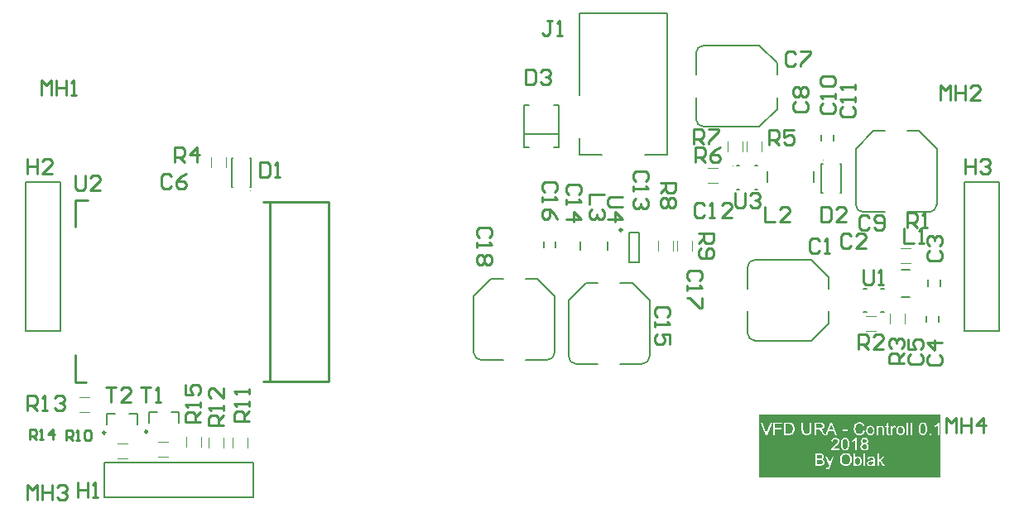
<source format=gto>
G04*
G04 #@! TF.GenerationSoftware,Altium Limited,Altium Designer,18.0.9 (584)*
G04*
G04 Layer_Color=65535*
%FSLAX25Y25*%
%MOIN*%
G70*
G01*
G75*
%ADD10C,0.00394*%
%ADD11C,0.00984*%
%ADD12C,0.00787*%
%ADD13C,0.00472*%
%ADD14C,0.00591*%
%ADD15C,0.00600*%
%ADD16C,0.01000*%
G36*
X369291Y26708D02*
Y20545D01*
Y9843D01*
X296457D01*
Y20545D01*
Y26708D01*
Y35009D01*
X369291D01*
Y26708D01*
D02*
G37*
%LPC*%
G36*
X336876Y31928D02*
X336803D01*
X336563Y31913D01*
X336330Y31877D01*
X336125Y31833D01*
X336031Y31804D01*
X335943Y31775D01*
X335863Y31745D01*
X335790Y31716D01*
X335732Y31694D01*
X335673Y31672D01*
X335637Y31651D01*
X335608Y31636D01*
X335586Y31629D01*
X335579Y31621D01*
X335382Y31497D01*
X335214Y31352D01*
X335068Y31206D01*
X334944Y31060D01*
X334850Y30929D01*
X334813Y30871D01*
X334784Y30819D01*
X334755Y30783D01*
X334740Y30754D01*
X334733Y30732D01*
X334726Y30725D01*
X334624Y30499D01*
X334551Y30266D01*
X334500Y30032D01*
X334463Y29821D01*
X334449Y29726D01*
X334441Y29631D01*
X334434Y29558D01*
Y29485D01*
X334427Y29434D01*
Y29354D01*
X334441Y29092D01*
X334471Y28837D01*
X334507Y28611D01*
X334536Y28501D01*
X334558Y28407D01*
X334580Y28319D01*
X334609Y28239D01*
X334631Y28166D01*
X334646Y28108D01*
X334667Y28064D01*
X334675Y28027D01*
X334689Y28006D01*
Y27998D01*
X334799Y27780D01*
X334923Y27583D01*
X335054Y27415D01*
X335119Y27349D01*
X335178Y27284D01*
X335236Y27226D01*
X335294Y27174D01*
X335345Y27131D01*
X335389Y27102D01*
X335418Y27072D01*
X335447Y27051D01*
X335462Y27043D01*
X335469Y27036D01*
X335571Y26978D01*
X335673Y26927D01*
X335892Y26847D01*
X336111Y26788D01*
X336322Y26752D01*
X336424Y26737D01*
X336512Y26722D01*
X336592Y26715D01*
X336658D01*
X336716Y26708D01*
X336796D01*
X336942Y26715D01*
X337080Y26730D01*
X337212Y26744D01*
X337335Y26774D01*
X337452Y26810D01*
X337561Y26847D01*
X337664Y26883D01*
X337758Y26927D01*
X337839Y26963D01*
X337919Y27000D01*
X337977Y27036D01*
X338035Y27072D01*
X338072Y27102D01*
X338108Y27116D01*
X338123Y27131D01*
X338130Y27138D01*
X338232Y27226D01*
X338320Y27313D01*
X338400Y27415D01*
X338480Y27517D01*
X338611Y27721D01*
X338713Y27925D01*
X338757Y28020D01*
X338793Y28108D01*
X338823Y28188D01*
X338844Y28253D01*
X338866Y28312D01*
X338881Y28356D01*
X338888Y28385D01*
Y28392D01*
X338218Y28560D01*
X338188Y28443D01*
X338152Y28334D01*
X338116Y28232D01*
X338079Y28137D01*
X338035Y28049D01*
X337992Y27976D01*
X337941Y27904D01*
X337897Y27838D01*
X337860Y27780D01*
X337817Y27736D01*
X337780Y27692D01*
X337751Y27656D01*
X337722Y27634D01*
X337700Y27612D01*
X337693Y27605D01*
X337685Y27597D01*
X337613Y27539D01*
X337532Y27495D01*
X337372Y27415D01*
X337219Y27357D01*
X337066Y27320D01*
X336934Y27291D01*
X336883Y27284D01*
X336832D01*
X336789Y27277D01*
X336738D01*
X336570Y27284D01*
X336410Y27313D01*
X336264Y27349D01*
X336133Y27393D01*
X336031Y27437D01*
X335987Y27459D01*
X335950Y27473D01*
X335921Y27488D01*
X335899Y27503D01*
X335885Y27510D01*
X335877D01*
X335739Y27612D01*
X335622Y27721D01*
X335520Y27845D01*
X335440Y27962D01*
X335374Y28064D01*
X335331Y28151D01*
X335316Y28188D01*
X335302Y28210D01*
X335294Y28224D01*
Y28232D01*
X335236Y28421D01*
X335192Y28611D01*
X335156Y28800D01*
X335134Y28975D01*
X335127Y29055D01*
X335119Y29128D01*
Y29194D01*
X335112Y29245D01*
Y29289D01*
Y29325D01*
Y29347D01*
Y29354D01*
X335119Y29544D01*
X335134Y29719D01*
X335163Y29879D01*
X335192Y30025D01*
X335214Y30149D01*
X335229Y30200D01*
X335243Y30244D01*
X335251Y30280D01*
X335258Y30302D01*
X335265Y30316D01*
Y30324D01*
X335338Y30492D01*
X335418Y30645D01*
X335506Y30768D01*
X335600Y30878D01*
X335681Y30965D01*
X335746Y31024D01*
X335797Y31060D01*
X335805Y31075D01*
X335812D01*
X335965Y31169D01*
X336133Y31242D01*
X336293Y31293D01*
X336446Y31323D01*
X336585Y31344D01*
X336643Y31352D01*
X336694D01*
X336730Y31359D01*
X336789D01*
X336971Y31352D01*
X337139Y31323D01*
X337277Y31279D01*
X337401Y31235D01*
X337496Y31184D01*
X337569Y31148D01*
X337613Y31118D01*
X337627Y31104D01*
X337744Y30994D01*
X337853Y30871D01*
X337941Y30739D01*
X338014Y30608D01*
X338072Y30492D01*
X338094Y30433D01*
X338108Y30389D01*
X338123Y30353D01*
X338137Y30324D01*
X338145Y30309D01*
Y30302D01*
X338801Y30455D01*
X338757Y30586D01*
X338713Y30703D01*
X338655Y30812D01*
X338604Y30922D01*
X338546Y31016D01*
X338480Y31104D01*
X338422Y31191D01*
X338363Y31264D01*
X338305Y31323D01*
X338254Y31381D01*
X338203Y31432D01*
X338167Y31468D01*
X338130Y31505D01*
X338101Y31527D01*
X338086Y31534D01*
X338079Y31541D01*
X337977Y31607D01*
X337875Y31672D01*
X337773Y31723D01*
X337664Y31767D01*
X337445Y31833D01*
X337248Y31877D01*
X337153Y31898D01*
X337073Y31906D01*
X336993Y31913D01*
X336927Y31920D01*
X336876Y31928D01*
D02*
G37*
G36*
X345325Y30535D02*
X345267D01*
X345128Y30528D01*
X344997Y30506D01*
X344881Y30477D01*
X344764Y30440D01*
X344662Y30397D01*
X344567Y30346D01*
X344480Y30287D01*
X344407Y30236D01*
X344334Y30178D01*
X344276Y30120D01*
X344225Y30069D01*
X344181Y30025D01*
X344152Y29989D01*
X344130Y29959D01*
X344115Y29937D01*
X344108Y29930D01*
Y30455D01*
X343554D01*
Y26795D01*
X344174D01*
Y28786D01*
Y28910D01*
X344188Y29033D01*
X344203Y29136D01*
X344217Y29230D01*
X344239Y29318D01*
X344261Y29398D01*
X344290Y29471D01*
X344319Y29529D01*
X344341Y29580D01*
X344370Y29624D01*
X344392Y29660D01*
X344414Y29690D01*
X344443Y29726D01*
X344458Y29741D01*
X344567Y29828D01*
X344684Y29886D01*
X344800Y29930D01*
X344902Y29967D01*
X344997Y29981D01*
X345070Y29989D01*
X345099Y29996D01*
X345136D01*
X345223Y29989D01*
X345311Y29981D01*
X345384Y29959D01*
X345442Y29937D01*
X345493Y29916D01*
X345537Y29901D01*
X345559Y29886D01*
X345566Y29879D01*
X345632Y29835D01*
X345690Y29784D01*
X345734Y29733D01*
X345770Y29690D01*
X345792Y29646D01*
X345814Y29609D01*
X345828Y29588D01*
Y29580D01*
X345850Y29500D01*
X345872Y29412D01*
X345887Y29318D01*
X345894Y29223D01*
X345901Y29143D01*
Y29077D01*
Y29026D01*
Y29019D01*
Y29012D01*
Y26795D01*
X346521D01*
Y29194D01*
X346514Y29318D01*
X346506Y29420D01*
Y29507D01*
X346499Y29566D01*
X346492Y29609D01*
X346484Y29638D01*
Y29646D01*
X346463Y29741D01*
X346426Y29828D01*
X346397Y29901D01*
X346368Y29974D01*
X346331Y30025D01*
X346309Y30061D01*
X346295Y30090D01*
X346288Y30098D01*
X346229Y30171D01*
X346164Y30229D01*
X346098Y30287D01*
X346025Y30331D01*
X345967Y30367D01*
X345916Y30389D01*
X345887Y30404D01*
X345872Y30411D01*
X345770Y30455D01*
X345661Y30484D01*
X345559Y30506D01*
X345464Y30521D01*
X345384Y30528D01*
X345325Y30535D01*
D02*
G37*
G36*
X350829D02*
X350778D01*
X350698Y30528D01*
X350625Y30513D01*
X350552Y30492D01*
X350494Y30470D01*
X350450Y30448D01*
X350407Y30426D01*
X350385Y30411D01*
X350377Y30404D01*
X350312Y30346D01*
X350246Y30273D01*
X350181Y30185D01*
X350122Y30105D01*
X350064Y30025D01*
X350027Y29959D01*
X349998Y29908D01*
X349991Y29901D01*
Y30455D01*
X349430D01*
Y26795D01*
X350049D01*
Y28705D01*
X350057Y28851D01*
X350064Y28982D01*
X350078Y29106D01*
X350100Y29216D01*
X350122Y29303D01*
X350137Y29369D01*
X350144Y29412D01*
X350151Y29427D01*
X350181Y29507D01*
X350217Y29573D01*
X350253Y29631D01*
X350290Y29682D01*
X350326Y29719D01*
X350348Y29748D01*
X350370Y29763D01*
X350377Y29770D01*
X350436Y29814D01*
X350501Y29843D01*
X350567Y29864D01*
X350618Y29879D01*
X350669Y29886D01*
X350705Y29894D01*
X350742D01*
X350822Y29886D01*
X350902Y29872D01*
X350982Y29850D01*
X351048Y29828D01*
X351106Y29806D01*
X351150Y29784D01*
X351179Y29770D01*
X351186Y29763D01*
X351413Y30331D01*
X351289Y30397D01*
X351172Y30448D01*
X351070Y30484D01*
X350975Y30513D01*
X350895Y30528D01*
X350829Y30535D01*
D02*
G37*
G36*
X331904Y28931D02*
X329987D01*
Y28312D01*
X331904D01*
Y28931D01*
D02*
G37*
G36*
X301512Y31840D02*
X300834D01*
X299464Y28173D01*
X299406Y28020D01*
X299355Y27874D01*
X299311Y27736D01*
X299274Y27612D01*
X299238Y27503D01*
X299216Y27422D01*
X299209Y27393D01*
X299201Y27371D01*
X299194Y27357D01*
Y27349D01*
X299107Y27641D01*
X299063Y27780D01*
X299019Y27904D01*
X298983Y28013D01*
X298968Y28057D01*
X298961Y28100D01*
X298946Y28130D01*
X298939Y28151D01*
X298932Y28166D01*
Y28173D01*
X297620Y31840D01*
X296891D01*
X298844Y26795D01*
X299544D01*
X301512Y31840D01*
D02*
G37*
G36*
X317448D02*
X316778D01*
Y28924D01*
Y28756D01*
X316763Y28596D01*
X316748Y28457D01*
X316727Y28326D01*
X316705Y28210D01*
X316676Y28100D01*
X316654Y28006D01*
X316625Y27925D01*
X316595Y27860D01*
X316566Y27794D01*
X316537Y27750D01*
X316515Y27707D01*
X316493Y27678D01*
X316479Y27656D01*
X316472Y27648D01*
X316464Y27641D01*
X316399Y27583D01*
X316326Y27532D01*
X316165Y27452D01*
X315998Y27393D01*
X315823Y27357D01*
X315662Y27328D01*
X315597Y27320D01*
X315531D01*
X315487Y27313D01*
X315415D01*
X315261Y27320D01*
X315123Y27342D01*
X314992Y27364D01*
X314890Y27400D01*
X314802Y27430D01*
X314737Y27452D01*
X314700Y27473D01*
X314686Y27481D01*
X314583Y27546D01*
X314496Y27626D01*
X314423Y27707D01*
X314372Y27780D01*
X314328Y27852D01*
X314292Y27904D01*
X314277Y27940D01*
X314270Y27955D01*
X314248Y28020D01*
X314233Y28086D01*
X314204Y28239D01*
X314182Y28399D01*
X314168Y28560D01*
X314161Y28698D01*
Y28764D01*
X314153Y28815D01*
Y28859D01*
Y28895D01*
Y28917D01*
Y28924D01*
Y31840D01*
X313483D01*
Y28778D01*
X313490Y28640D01*
X313497Y28509D01*
X313512Y28385D01*
X313526Y28275D01*
X313541Y28173D01*
X313563Y28078D01*
X313577Y27991D01*
X313592Y27911D01*
X313614Y27845D01*
X313628Y27787D01*
X313643Y27743D01*
X313658Y27707D01*
X313665Y27678D01*
X313672Y27663D01*
Y27656D01*
X313752Y27495D01*
X313854Y27349D01*
X313956Y27233D01*
X314066Y27131D01*
X314161Y27051D01*
X314241Y26992D01*
X314270Y26978D01*
X314292Y26963D01*
X314306Y26948D01*
X314314D01*
X314496Y26868D01*
X314686Y26810D01*
X314882Y26766D01*
X315065Y26737D01*
X315145Y26730D01*
X315225Y26722D01*
X315298Y26715D01*
X315356D01*
X315407Y26708D01*
X315473D01*
X315735Y26722D01*
X315852Y26737D01*
X315961Y26752D01*
X316071Y26774D01*
X316165Y26795D01*
X316253Y26817D01*
X316333Y26847D01*
X316406Y26876D01*
X316464Y26897D01*
X316523Y26919D01*
X316566Y26941D01*
X316603Y26963D01*
X316625Y26970D01*
X316639Y26985D01*
X316647D01*
X316807Y27094D01*
X316938Y27218D01*
X317040Y27335D01*
X317128Y27452D01*
X317193Y27554D01*
X317237Y27634D01*
X317251Y27663D01*
X317266Y27685D01*
X317273Y27699D01*
Y27707D01*
X317303Y27794D01*
X317332Y27889D01*
X317375Y28086D01*
X317405Y28290D01*
X317426Y28487D01*
X317434Y28574D01*
X317441Y28662D01*
Y28735D01*
X317448Y28800D01*
Y31840D01*
D02*
G37*
G36*
X368843Y31862D02*
X368442D01*
X368369Y31738D01*
X368289Y31621D01*
X368194Y31505D01*
X368107Y31403D01*
X368019Y31315D01*
X367953Y31242D01*
X367924Y31220D01*
X367902Y31199D01*
X367895Y31191D01*
X367888Y31184D01*
X367735Y31060D01*
X367582Y30943D01*
X367436Y30841D01*
X367290Y30761D01*
X367166Y30688D01*
X367115Y30659D01*
X367071Y30637D01*
X367035Y30615D01*
X367006Y30608D01*
X366991Y30593D01*
X366984D01*
Y29996D01*
X367093Y30040D01*
X367203Y30090D01*
X367312Y30141D01*
X367414Y30193D01*
X367501Y30236D01*
X367574Y30273D01*
X367618Y30302D01*
X367625Y30309D01*
X367633D01*
X367764Y30389D01*
X367881Y30470D01*
X367983Y30542D01*
X368063Y30608D01*
X368136Y30659D01*
X368179Y30703D01*
X368216Y30732D01*
X368223Y30739D01*
Y26795D01*
X368843D01*
Y31862D01*
D02*
G37*
G36*
X365606Y27503D02*
X364899D01*
Y26795D01*
X365606D01*
Y27503D01*
D02*
G37*
G36*
X357879Y31840D02*
X357259D01*
Y26795D01*
X357879D01*
Y31840D01*
D02*
G37*
G36*
X356311D02*
X355692D01*
Y26795D01*
X356311D01*
Y31840D01*
D02*
G37*
G36*
X325752D02*
X325023D01*
X323098Y26795D01*
X323805D01*
X324352Y28326D01*
X326466D01*
X327057Y26795D01*
X327815D01*
X325752Y31840D01*
D02*
G37*
G36*
X320911D02*
X318571D01*
Y26795D01*
X319242D01*
Y29033D01*
X320102D01*
X320182Y29026D01*
X320240D01*
X320291Y29019D01*
X320328Y29012D01*
X320357D01*
X320372Y29004D01*
X320379D01*
X320496Y28968D01*
X320547Y28946D01*
X320590Y28924D01*
X320634Y28902D01*
X320663Y28888D01*
X320678Y28880D01*
X320685Y28873D01*
X320743Y28829D01*
X320802Y28778D01*
X320911Y28669D01*
X320962Y28618D01*
X320999Y28574D01*
X321021Y28545D01*
X321028Y28538D01*
X321101Y28436D01*
X321181Y28326D01*
X321261Y28210D01*
X321341Y28100D01*
X321407Y27998D01*
X321458Y27918D01*
X321480Y27889D01*
X321494Y27867D01*
X321509Y27852D01*
Y27845D01*
X322172Y26795D01*
X323003D01*
X322136Y28166D01*
X322034Y28312D01*
X321939Y28443D01*
X321844Y28552D01*
X321764Y28654D01*
X321691Y28727D01*
X321633Y28786D01*
X321596Y28822D01*
X321582Y28837D01*
X321523Y28880D01*
X321458Y28931D01*
X321327Y29012D01*
X321268Y29041D01*
X321225Y29070D01*
X321195Y29085D01*
X321181Y29092D01*
X321312Y29114D01*
X321436Y29136D01*
X321545Y29172D01*
X321655Y29201D01*
X321749Y29238D01*
X321837Y29281D01*
X321917Y29318D01*
X321990Y29354D01*
X322048Y29398D01*
X322107Y29434D01*
X322150Y29464D01*
X322187Y29493D01*
X322216Y29515D01*
X322238Y29537D01*
X322245Y29544D01*
X322252Y29551D01*
X322311Y29624D01*
X322369Y29697D01*
X322457Y29850D01*
X322515Y30003D01*
X322559Y30149D01*
X322588Y30273D01*
X322595Y30324D01*
Y30375D01*
X322602Y30411D01*
Y30440D01*
Y30455D01*
Y30462D01*
X322595Y30615D01*
X322573Y30754D01*
X322537Y30885D01*
X322500Y30994D01*
X322457Y31089D01*
X322427Y31162D01*
X322398Y31206D01*
X322391Y31213D01*
Y31220D01*
X322304Y31337D01*
X322216Y31439D01*
X322121Y31527D01*
X322034Y31592D01*
X321954Y31643D01*
X321888Y31672D01*
X321844Y31694D01*
X321837Y31702D01*
X321830D01*
X321764Y31723D01*
X321684Y31745D01*
X321523Y31782D01*
X321349Y31804D01*
X321188Y31826D01*
X321035Y31833D01*
X320969D01*
X320911Y31840D01*
D02*
G37*
G36*
X308365D02*
X306426D01*
Y26795D01*
X308241D01*
X308409Y26803D01*
X308562Y26810D01*
X308700Y26825D01*
X308817Y26839D01*
X308919Y26854D01*
X308992Y26861D01*
X309014Y26868D01*
X309036Y26876D01*
X309050D01*
X309181Y26912D01*
X309298Y26956D01*
X309400Y26992D01*
X309488Y27036D01*
X309561Y27072D01*
X309612Y27102D01*
X309641Y27123D01*
X309655Y27131D01*
X309750Y27196D01*
X309830Y27277D01*
X309910Y27349D01*
X309976Y27422D01*
X310034Y27488D01*
X310078Y27539D01*
X310107Y27575D01*
X310115Y27590D01*
X310188Y27707D01*
X310260Y27831D01*
X310319Y27947D01*
X310363Y28064D01*
X310406Y28166D01*
X310435Y28246D01*
X310443Y28275D01*
X310450Y28297D01*
X310457Y28312D01*
Y28319D01*
X310501Y28494D01*
X310537Y28669D01*
X310559Y28837D01*
X310581Y28997D01*
X310589Y29136D01*
Y29194D01*
X310596Y29245D01*
Y29340D01*
X310589Y29588D01*
X310567Y29814D01*
X310530Y30018D01*
X310516Y30112D01*
X310494Y30193D01*
X310472Y30273D01*
X310457Y30338D01*
X310443Y30397D01*
X310421Y30448D01*
X310414Y30492D01*
X310399Y30521D01*
X310392Y30535D01*
Y30542D01*
X310312Y30732D01*
X310217Y30900D01*
X310115Y31045D01*
X310020Y31169D01*
X309932Y31271D01*
X309859Y31344D01*
X309830Y31366D01*
X309808Y31388D01*
X309801Y31395D01*
X309794Y31403D01*
X309677Y31497D01*
X309553Y31570D01*
X309429Y31636D01*
X309313Y31687D01*
X309211Y31723D01*
X309131Y31745D01*
X309101Y31760D01*
X309079D01*
X309065Y31767D01*
X309058D01*
X308934Y31789D01*
X308788Y31811D01*
X308642Y31826D01*
X308496Y31833D01*
X308365Y31840D01*
D02*
G37*
G36*
X305558D02*
X302147D01*
Y26795D01*
X302817D01*
Y29085D01*
X305187D01*
Y29682D01*
X302817D01*
Y31242D01*
X305558D01*
Y31840D01*
D02*
G37*
G36*
X348198Y31731D02*
X347578Y31359D01*
Y30455D01*
X347119D01*
Y29974D01*
X347578D01*
Y27860D01*
Y27758D01*
Y27670D01*
X347585Y27590D01*
X347592Y27510D01*
Y27444D01*
X347600Y27386D01*
X347614Y27291D01*
X347629Y27218D01*
X347636Y27167D01*
X347651Y27138D01*
Y27131D01*
X347680Y27065D01*
X347724Y27014D01*
X347767Y26963D01*
X347804Y26927D01*
X347848Y26890D01*
X347877Y26868D01*
X347899Y26854D01*
X347906Y26847D01*
X347986Y26810D01*
X348066Y26788D01*
X348154Y26766D01*
X348241Y26759D01*
X348314Y26752D01*
X348373Y26744D01*
X348431D01*
X348591Y26752D01*
X348671Y26759D01*
X348744Y26774D01*
X348810Y26781D01*
X348861Y26788D01*
X348890Y26795D01*
X348905D01*
X348825Y27342D01*
X348766Y27335D01*
X348708Y27328D01*
X348657D01*
X348620Y27320D01*
X348548D01*
X348453Y27328D01*
X348387Y27342D01*
X348351Y27357D01*
X348336Y27364D01*
X348285Y27400D01*
X348256Y27437D01*
X348234Y27466D01*
X348227Y27481D01*
X348219Y27517D01*
X348212Y27568D01*
X348205Y27685D01*
X348198Y27736D01*
Y27780D01*
Y27809D01*
Y27823D01*
Y29974D01*
X348825D01*
Y30455D01*
X348198D01*
Y31731D01*
D02*
G37*
G36*
X353337Y30535D02*
X353264D01*
X353140Y30528D01*
X353024Y30521D01*
X352798Y30470D01*
X352601Y30404D01*
X352513Y30367D01*
X352433Y30331D01*
X352360Y30295D01*
X352302Y30258D01*
X352243Y30222D01*
X352200Y30193D01*
X352163Y30163D01*
X352134Y30141D01*
X352120Y30134D01*
X352112Y30127D01*
X352010Y30032D01*
X351930Y29923D01*
X351850Y29806D01*
X351792Y29690D01*
X351733Y29566D01*
X351690Y29434D01*
X351653Y29311D01*
X351624Y29194D01*
X351595Y29077D01*
X351580Y28975D01*
X351566Y28873D01*
X351558Y28793D01*
Y28720D01*
X351551Y28669D01*
Y28625D01*
X351558Y28457D01*
X351573Y28297D01*
X351595Y28151D01*
X351624Y28013D01*
X351660Y27889D01*
X351697Y27772D01*
X351741Y27663D01*
X351784Y27568D01*
X351828Y27481D01*
X351872Y27408D01*
X351908Y27349D01*
X351945Y27298D01*
X351974Y27255D01*
X351996Y27226D01*
X352010Y27211D01*
X352017Y27204D01*
X352112Y27116D01*
X352207Y27043D01*
X352309Y26978D01*
X352411Y26919D01*
X352513Y26876D01*
X352623Y26832D01*
X352819Y26774D01*
X352907Y26759D01*
X352994Y26744D01*
X353067Y26730D01*
X353133Y26722D01*
X353191Y26715D01*
X353264D01*
X353439Y26722D01*
X353600Y26752D01*
X353753Y26788D01*
X353876Y26825D01*
X353986Y26868D01*
X354030Y26883D01*
X354066Y26897D01*
X354102Y26912D01*
X354124Y26927D01*
X354132Y26934D01*
X354139D01*
X354285Y27029D01*
X354409Y27131D01*
X354518Y27233D01*
X354606Y27335D01*
X354671Y27422D01*
X354722Y27495D01*
X354737Y27524D01*
X354751Y27546D01*
X354759Y27554D01*
Y27561D01*
X354832Y27729D01*
X354883Y27911D01*
X354926Y28093D01*
X354948Y28275D01*
X354963Y28356D01*
Y28428D01*
X354970Y28501D01*
X354977Y28560D01*
Y28676D01*
X354970Y28837D01*
X354955Y28982D01*
X354934Y29121D01*
X354904Y29252D01*
X354868Y29376D01*
X354824Y29485D01*
X354781Y29595D01*
X354737Y29682D01*
X354693Y29763D01*
X354649Y29835D01*
X354606Y29901D01*
X354569Y29952D01*
X354540Y29989D01*
X354518Y30018D01*
X354503Y30032D01*
X354496Y30040D01*
X354401Y30127D01*
X354307Y30200D01*
X354205Y30273D01*
X354102Y30324D01*
X354000Y30375D01*
X353898Y30411D01*
X353701Y30477D01*
X353607Y30492D01*
X353527Y30506D01*
X353454Y30521D01*
X353388Y30528D01*
X353337Y30535D01*
D02*
G37*
G36*
X341185D02*
X341112D01*
X340988Y30528D01*
X340871Y30521D01*
X340645Y30470D01*
X340448Y30404D01*
X340361Y30367D01*
X340281Y30331D01*
X340208Y30295D01*
X340149Y30258D01*
X340091Y30222D01*
X340047Y30193D01*
X340011Y30163D01*
X339982Y30141D01*
X339967Y30134D01*
X339960Y30127D01*
X339858Y30032D01*
X339778Y29923D01*
X339697Y29806D01*
X339639Y29690D01*
X339581Y29566D01*
X339537Y29434D01*
X339501Y29311D01*
X339472Y29194D01*
X339442Y29077D01*
X339428Y28975D01*
X339413Y28873D01*
X339406Y28793D01*
Y28720D01*
X339399Y28669D01*
Y28625D01*
X339406Y28457D01*
X339420Y28297D01*
X339442Y28151D01*
X339472Y28013D01*
X339508Y27889D01*
X339544Y27772D01*
X339588Y27663D01*
X339632Y27568D01*
X339676Y27481D01*
X339719Y27408D01*
X339756Y27349D01*
X339792Y27298D01*
X339821Y27255D01*
X339843Y27226D01*
X339858Y27211D01*
X339865Y27204D01*
X339960Y27116D01*
X340055Y27043D01*
X340157Y26978D01*
X340259Y26919D01*
X340361Y26876D01*
X340470Y26832D01*
X340667Y26774D01*
X340755Y26759D01*
X340842Y26744D01*
X340915Y26730D01*
X340981Y26722D01*
X341039Y26715D01*
X341112D01*
X341287Y26722D01*
X341447Y26752D01*
X341600Y26788D01*
X341724Y26825D01*
X341833Y26868D01*
X341877Y26883D01*
X341914Y26897D01*
X341950Y26912D01*
X341972Y26927D01*
X341979Y26934D01*
X341986D01*
X342132Y27029D01*
X342256Y27131D01*
X342366Y27233D01*
X342453Y27335D01*
X342519Y27422D01*
X342570Y27495D01*
X342584Y27524D01*
X342599Y27546D01*
X342606Y27554D01*
Y27561D01*
X342679Y27729D01*
X342730Y27911D01*
X342774Y28093D01*
X342796Y28275D01*
X342810Y28356D01*
Y28428D01*
X342818Y28501D01*
X342825Y28560D01*
Y28676D01*
X342818Y28837D01*
X342803Y28982D01*
X342781Y29121D01*
X342752Y29252D01*
X342716Y29376D01*
X342672Y29485D01*
X342628Y29595D01*
X342584Y29682D01*
X342541Y29763D01*
X342497Y29835D01*
X342453Y29901D01*
X342417Y29952D01*
X342388Y29989D01*
X342366Y30018D01*
X342351Y30032D01*
X342344Y30040D01*
X342249Y30127D01*
X342154Y30200D01*
X342052Y30273D01*
X341950Y30324D01*
X341848Y30375D01*
X341746Y30411D01*
X341549Y30477D01*
X341454Y30492D01*
X341374Y30506D01*
X341301Y30521D01*
X341236Y30528D01*
X341185Y30535D01*
D02*
G37*
G36*
X362340Y31862D02*
X362275D01*
X362078Y31847D01*
X361895Y31818D01*
X361742Y31767D01*
X361611Y31716D01*
X361502Y31658D01*
X361458Y31636D01*
X361422Y31607D01*
X361392Y31592D01*
X361371Y31578D01*
X361363Y31563D01*
X361356D01*
X361225Y31446D01*
X361116Y31308D01*
X361021Y31169D01*
X360948Y31038D01*
X360890Y30914D01*
X360860Y30863D01*
X360846Y30812D01*
X360831Y30776D01*
X360817Y30747D01*
X360809Y30732D01*
Y30725D01*
X360780Y30615D01*
X360751Y30506D01*
X360707Y30266D01*
X360671Y30025D01*
X360649Y29799D01*
X360642Y29690D01*
X360634Y29595D01*
Y29507D01*
X360627Y29427D01*
Y29281D01*
X360634Y29026D01*
X360649Y28786D01*
X360671Y28567D01*
X360707Y28363D01*
X360744Y28173D01*
X360787Y28006D01*
X360831Y27852D01*
X360875Y27721D01*
X360919Y27605D01*
X360970Y27503D01*
X361006Y27415D01*
X361043Y27349D01*
X361079Y27291D01*
X361101Y27255D01*
X361116Y27233D01*
X361123Y27226D01*
X361203Y27138D01*
X361290Y27058D01*
X361385Y26985D01*
X361480Y26927D01*
X361575Y26876D01*
X361669Y26832D01*
X361764Y26803D01*
X361852Y26774D01*
X361939Y26752D01*
X362019Y26737D01*
X362092Y26722D01*
X362151Y26715D01*
X362202Y26708D01*
X362275D01*
X362471Y26722D01*
X362654Y26752D01*
X362807Y26803D01*
X362938Y26854D01*
X363047Y26905D01*
X363084Y26934D01*
X363120Y26956D01*
X363149Y26970D01*
X363171Y26985D01*
X363178Y27000D01*
X363186D01*
X363317Y27123D01*
X363426Y27255D01*
X363521Y27400D01*
X363594Y27532D01*
X363652Y27656D01*
X363682Y27707D01*
X363696Y27758D01*
X363711Y27794D01*
X363725Y27823D01*
X363733Y27838D01*
Y27845D01*
X363769Y27955D01*
X363798Y28064D01*
X363842Y28297D01*
X363878Y28538D01*
X363900Y28771D01*
X363908Y28873D01*
X363915Y28968D01*
Y29055D01*
X363922Y29136D01*
Y29420D01*
X363915Y29551D01*
Y29668D01*
X363908Y29784D01*
X363893Y29886D01*
X363886Y29989D01*
X363878Y30076D01*
X363864Y30156D01*
X363857Y30229D01*
X363842Y30295D01*
X363835Y30346D01*
X363827Y30389D01*
X363820Y30426D01*
X363813Y30448D01*
X363806Y30462D01*
Y30470D01*
X363762Y30630D01*
X363711Y30776D01*
X363652Y30900D01*
X363609Y31009D01*
X363558Y31104D01*
X363528Y31169D01*
X363499Y31206D01*
X363492Y31220D01*
X363412Y31330D01*
X363332Y31425D01*
X363244Y31505D01*
X363164Y31578D01*
X363091Y31629D01*
X363033Y31665D01*
X362996Y31687D01*
X362989Y31694D01*
X362982D01*
X362865Y31753D01*
X362741Y31789D01*
X362625Y31818D01*
X362515Y31840D01*
X362420Y31855D01*
X362340Y31862D01*
D02*
G37*
G36*
X335560Y25699D02*
X335159D01*
X335086Y25575D01*
X335006Y25458D01*
X334912Y25342D01*
X334824Y25240D01*
X334737Y25152D01*
X334671Y25079D01*
X334642Y25058D01*
X334620Y25036D01*
X334613Y25028D01*
X334605Y25021D01*
X334452Y24897D01*
X334299Y24780D01*
X334153Y24678D01*
X334008Y24598D01*
X333884Y24525D01*
X333833Y24496D01*
X333789Y24474D01*
X333752Y24452D01*
X333723Y24445D01*
X333709Y24430D01*
X333701D01*
Y23833D01*
X333811Y23877D01*
X333920Y23927D01*
X334030Y23979D01*
X334132Y24030D01*
X334219Y24073D01*
X334292Y24110D01*
X334336Y24139D01*
X334343Y24146D01*
X334350D01*
X334482Y24226D01*
X334598Y24307D01*
X334700Y24379D01*
X334780Y24445D01*
X334853Y24496D01*
X334897Y24540D01*
X334933Y24569D01*
X334941Y24576D01*
Y20632D01*
X335560D01*
Y25699D01*
D02*
G37*
G36*
X327126D02*
X327053D01*
X326922Y25692D01*
X326798Y25684D01*
X326681Y25663D01*
X326572Y25641D01*
X326470Y25611D01*
X326375Y25582D01*
X326288Y25546D01*
X326207Y25510D01*
X326134Y25473D01*
X326076Y25437D01*
X326025Y25407D01*
X325981Y25378D01*
X325945Y25356D01*
X325923Y25335D01*
X325908Y25327D01*
X325901Y25320D01*
X325828Y25247D01*
X325763Y25167D01*
X325697Y25079D01*
X325646Y24992D01*
X325558Y24817D01*
X325500Y24642D01*
X325478Y24562D01*
X325456Y24482D01*
X325442Y24416D01*
X325427Y24358D01*
X325420Y24307D01*
Y24270D01*
X325413Y24248D01*
Y24241D01*
X326047Y24175D01*
X326062Y24343D01*
X326091Y24489D01*
X326134Y24620D01*
X326185Y24722D01*
X326229Y24810D01*
X326273Y24868D01*
X326302Y24904D01*
X326317Y24919D01*
X326426Y25006D01*
X326543Y25072D01*
X326667Y25123D01*
X326776Y25152D01*
X326878Y25174D01*
X326965Y25181D01*
X326995Y25189D01*
X327038D01*
X327191Y25181D01*
X327330Y25152D01*
X327447Y25109D01*
X327549Y25065D01*
X327629Y25014D01*
X327680Y24977D01*
X327716Y24948D01*
X327731Y24934D01*
X327818Y24832D01*
X327884Y24729D01*
X327935Y24627D01*
X327964Y24525D01*
X327986Y24445D01*
X327993Y24372D01*
X328001Y24329D01*
Y24321D01*
Y24314D01*
X327986Y24183D01*
X327957Y24044D01*
X327906Y23920D01*
X327855Y23804D01*
X327797Y23709D01*
X327746Y23629D01*
X327731Y23599D01*
X327716Y23578D01*
X327702Y23570D01*
Y23563D01*
X327643Y23483D01*
X327571Y23403D01*
X327490Y23315D01*
X327403Y23228D01*
X327221Y23053D01*
X327038Y22878D01*
X326944Y22798D01*
X326863Y22725D01*
X326783Y22659D01*
X326718Y22601D01*
X326667Y22557D01*
X326623Y22521D01*
X326594Y22499D01*
X326586Y22491D01*
X326404Y22338D01*
X326237Y22193D01*
X326098Y22061D01*
X325989Y21952D01*
X325894Y21857D01*
X325828Y21792D01*
X325792Y21748D01*
X325777Y21741D01*
Y21733D01*
X325675Y21609D01*
X325595Y21493D01*
X325522Y21376D01*
X325464Y21274D01*
X325420Y21186D01*
X325391Y21121D01*
X325376Y21077D01*
X325369Y21070D01*
Y21063D01*
X325340Y20982D01*
X325325Y20910D01*
X325311Y20837D01*
X325303Y20771D01*
X325296Y20713D01*
Y20632D01*
X328642D01*
Y21230D01*
X326156D01*
X326244Y21354D01*
X326288Y21405D01*
X326324Y21456D01*
X326360Y21500D01*
X326390Y21529D01*
X326411Y21551D01*
X326419Y21558D01*
X326455Y21595D01*
X326499Y21631D01*
X326601Y21726D01*
X326718Y21835D01*
X326841Y21945D01*
X326958Y22039D01*
X327009Y22083D01*
X327053Y22127D01*
X327089Y22156D01*
X327119Y22178D01*
X327133Y22193D01*
X327140Y22200D01*
X327257Y22302D01*
X327374Y22397D01*
X327476Y22491D01*
X327571Y22572D01*
X327658Y22652D01*
X327731Y22725D01*
X327804Y22790D01*
X327862Y22849D01*
X327921Y22907D01*
X327964Y22951D01*
X328001Y22987D01*
X328037Y23024D01*
X328074Y23067D01*
X328088Y23082D01*
X328190Y23206D01*
X328278Y23315D01*
X328351Y23425D01*
X328409Y23512D01*
X328453Y23592D01*
X328482Y23651D01*
X328496Y23687D01*
X328504Y23702D01*
X328547Y23811D01*
X328577Y23920D01*
X328606Y24022D01*
X328620Y24110D01*
X328628Y24190D01*
X328635Y24248D01*
Y24285D01*
Y24299D01*
X328628Y24409D01*
X328613Y24511D01*
X328598Y24613D01*
X328569Y24700D01*
X328496Y24875D01*
X328424Y25014D01*
X328380Y25079D01*
X328343Y25130D01*
X328307Y25181D01*
X328270Y25218D01*
X328241Y25247D01*
X328227Y25276D01*
X328212Y25284D01*
X328205Y25291D01*
X328125Y25364D01*
X328037Y25429D01*
X327942Y25480D01*
X327848Y25524D01*
X327658Y25597D01*
X327468Y25648D01*
X327388Y25663D01*
X327308Y25677D01*
X327235Y25684D01*
X327177Y25692D01*
X327126Y25699D01*
D02*
G37*
G36*
X338856D02*
X338790D01*
X338673Y25692D01*
X338557Y25684D01*
X338352Y25641D01*
X338258Y25611D01*
X338170Y25582D01*
X338090Y25546D01*
X338017Y25510D01*
X337959Y25473D01*
X337900Y25437D01*
X337849Y25407D01*
X337813Y25378D01*
X337784Y25356D01*
X337762Y25335D01*
X337747Y25327D01*
X337740Y25320D01*
X337674Y25247D01*
X337609Y25174D01*
X337558Y25094D01*
X337514Y25014D01*
X337441Y24861D01*
X337398Y24715D01*
X337368Y24591D01*
X337361Y24533D01*
X337354Y24489D01*
X337346Y24445D01*
Y24416D01*
Y24401D01*
Y24394D01*
X337354Y24263D01*
X337376Y24139D01*
X337405Y24030D01*
X337441Y23935D01*
X337470Y23862D01*
X337499Y23804D01*
X337521Y23774D01*
X337529Y23760D01*
X337609Y23672D01*
X337696Y23592D01*
X337791Y23519D01*
X337886Y23461D01*
X337973Y23417D01*
X338039Y23388D01*
X338068Y23373D01*
X338090Y23366D01*
X338097Y23359D01*
X338105D01*
X337937Y23308D01*
X337798Y23242D01*
X337674Y23162D01*
X337572Y23089D01*
X337492Y23016D01*
X337434Y22958D01*
X337405Y22921D01*
X337390Y22914D01*
Y22907D01*
X337310Y22776D01*
X337244Y22637D01*
X337201Y22506D01*
X337172Y22375D01*
X337157Y22258D01*
X337150Y22207D01*
Y22163D01*
X337142Y22134D01*
Y22083D01*
X337150Y21967D01*
X337164Y21850D01*
X337186Y21741D01*
X337215Y21631D01*
X337288Y21449D01*
X337325Y21362D01*
X337368Y21289D01*
X337412Y21216D01*
X337449Y21157D01*
X337492Y21106D01*
X337521Y21063D01*
X337551Y21026D01*
X337572Y21004D01*
X337587Y20990D01*
X337594Y20982D01*
X337682Y20902D01*
X337776Y20837D01*
X337879Y20778D01*
X337981Y20727D01*
X338075Y20691D01*
X338177Y20654D01*
X338374Y20603D01*
X338462Y20581D01*
X338542Y20567D01*
X338615Y20560D01*
X338681Y20552D01*
X338732Y20545D01*
X338804D01*
X338943Y20552D01*
X339067Y20567D01*
X339191Y20589D01*
X339307Y20611D01*
X339409Y20647D01*
X339512Y20684D01*
X339606Y20720D01*
X339686Y20764D01*
X339759Y20807D01*
X339825Y20844D01*
X339876Y20880D01*
X339927Y20917D01*
X339964Y20939D01*
X339985Y20960D01*
X340000Y20975D01*
X340007Y20982D01*
X340088Y21070D01*
X340160Y21157D01*
X340219Y21245D01*
X340270Y21340D01*
X340321Y21427D01*
X340357Y21522D01*
X340408Y21689D01*
X340430Y21770D01*
X340445Y21843D01*
X340452Y21908D01*
X340459Y21959D01*
X340467Y22003D01*
Y22069D01*
X340459Y22236D01*
X340430Y22389D01*
X340386Y22528D01*
X340343Y22645D01*
X340299Y22739D01*
X340255Y22812D01*
X340226Y22856D01*
X340219Y22863D01*
Y22871D01*
X340117Y22987D01*
X340007Y23089D01*
X339891Y23169D01*
X339781Y23242D01*
X339679Y23293D01*
X339592Y23330D01*
X339563Y23344D01*
X339541Y23352D01*
X339526Y23359D01*
X339519D01*
X339650Y23417D01*
X339759Y23483D01*
X339854Y23549D01*
X339934Y23614D01*
X339993Y23672D01*
X340036Y23716D01*
X340066Y23745D01*
X340073Y23760D01*
X340139Y23862D01*
X340182Y23964D01*
X340219Y24066D01*
X340241Y24168D01*
X340255Y24248D01*
X340262Y24314D01*
Y24358D01*
Y24365D01*
Y24372D01*
X340255Y24474D01*
X340248Y24569D01*
X340197Y24751D01*
X340131Y24912D01*
X340058Y25050D01*
X339985Y25159D01*
X339949Y25203D01*
X339920Y25247D01*
X339891Y25276D01*
X339869Y25298D01*
X339861Y25305D01*
X339854Y25313D01*
X339774Y25378D01*
X339694Y25444D01*
X339606Y25495D01*
X339519Y25539D01*
X339344Y25604D01*
X339169Y25648D01*
X339096Y25670D01*
X339023Y25677D01*
X338958Y25684D01*
X338899Y25692D01*
X338856Y25699D01*
D02*
G37*
G36*
X331019D02*
X330953D01*
X330756Y25684D01*
X330574Y25655D01*
X330421Y25604D01*
X330290Y25553D01*
X330180Y25495D01*
X330137Y25473D01*
X330100Y25444D01*
X330071Y25429D01*
X330049Y25415D01*
X330042Y25400D01*
X330035D01*
X329903Y25284D01*
X329794Y25145D01*
X329699Y25006D01*
X329626Y24875D01*
X329568Y24751D01*
X329539Y24700D01*
X329524Y24649D01*
X329510Y24613D01*
X329495Y24584D01*
X329488Y24569D01*
Y24562D01*
X329459Y24452D01*
X329430Y24343D01*
X329386Y24103D01*
X329349Y23862D01*
X329327Y23636D01*
X329320Y23527D01*
X329313Y23432D01*
Y23344D01*
X329306Y23264D01*
Y23118D01*
X329313Y22863D01*
X329327Y22623D01*
X329349Y22404D01*
X329386Y22200D01*
X329422Y22010D01*
X329466Y21843D01*
X329510Y21689D01*
X329553Y21558D01*
X329597Y21442D01*
X329648Y21340D01*
X329685Y21252D01*
X329721Y21186D01*
X329757Y21128D01*
X329779Y21092D01*
X329794Y21070D01*
X329801Y21063D01*
X329882Y20975D01*
X329969Y20895D01*
X330064Y20822D01*
X330158Y20764D01*
X330253Y20713D01*
X330348Y20669D01*
X330443Y20640D01*
X330530Y20611D01*
X330618Y20589D01*
X330698Y20574D01*
X330771Y20560D01*
X330829Y20552D01*
X330880Y20545D01*
X330953D01*
X331150Y20560D01*
X331332Y20589D01*
X331485Y20640D01*
X331616Y20691D01*
X331726Y20742D01*
X331762Y20771D01*
X331799Y20793D01*
X331828Y20807D01*
X331850Y20822D01*
X331857Y20837D01*
X331864D01*
X331996Y20960D01*
X332105Y21092D01*
X332200Y21238D01*
X332273Y21369D01*
X332331Y21493D01*
X332360Y21544D01*
X332375Y21595D01*
X332389Y21631D01*
X332404Y21660D01*
X332411Y21675D01*
Y21682D01*
X332448Y21792D01*
X332477Y21901D01*
X332520Y22134D01*
X332557Y22375D01*
X332579Y22608D01*
X332586Y22710D01*
X332593Y22805D01*
Y22892D01*
X332601Y22973D01*
Y23257D01*
X332593Y23388D01*
Y23505D01*
X332586Y23621D01*
X332572Y23723D01*
X332564Y23825D01*
X332557Y23913D01*
X332542Y23993D01*
X332535Y24066D01*
X332520Y24132D01*
X332513Y24183D01*
X332506Y24226D01*
X332499Y24263D01*
X332491Y24285D01*
X332484Y24299D01*
Y24307D01*
X332440Y24467D01*
X332389Y24613D01*
X332331Y24737D01*
X332287Y24846D01*
X332236Y24941D01*
X332207Y25006D01*
X332178Y25043D01*
X332171Y25058D01*
X332090Y25167D01*
X332010Y25262D01*
X331923Y25342D01*
X331842Y25415D01*
X331770Y25466D01*
X331711Y25502D01*
X331675Y25524D01*
X331667Y25531D01*
X331660D01*
X331544Y25590D01*
X331420Y25626D01*
X331303Y25655D01*
X331194Y25677D01*
X331099Y25692D01*
X331019Y25699D01*
D02*
G37*
G36*
X326488Y18064D02*
X325868D01*
X325081Y15927D01*
X325023Y15774D01*
X324979Y15629D01*
X324928Y15483D01*
X324891Y15359D01*
X324862Y15249D01*
X324848Y15206D01*
X324840Y15169D01*
X324833Y15140D01*
X324826Y15118D01*
X324819Y15104D01*
Y15096D01*
X324775Y15264D01*
X324731Y15417D01*
X324687Y15563D01*
X324644Y15687D01*
X324607Y15789D01*
X324593Y15833D01*
X324578Y15869D01*
X324571Y15906D01*
X324563Y15927D01*
X324556Y15935D01*
Y15942D01*
X323791Y18064D01*
X323135D01*
X324520Y14404D01*
X324490Y14338D01*
X324476Y14287D01*
X324461Y14258D01*
Y14251D01*
X324418Y14127D01*
X324374Y14025D01*
X324345Y13937D01*
X324316Y13879D01*
X324301Y13835D01*
X324286Y13806D01*
X324272Y13792D01*
Y13784D01*
X324214Y13704D01*
X324148Y13646D01*
X324119Y13624D01*
X324097Y13609D01*
X324082Y13595D01*
X324075D01*
X324024Y13573D01*
X323973Y13551D01*
X323864Y13529D01*
X323820D01*
X323783Y13522D01*
X323747D01*
X323630Y13529D01*
X323514Y13551D01*
X323470Y13566D01*
X323433Y13573D01*
X323404Y13580D01*
X323397D01*
X323463Y13004D01*
X323543Y12975D01*
X323616Y12960D01*
X323681Y12946D01*
X323740Y12931D01*
X323791D01*
X323827Y12924D01*
X323856D01*
X323966Y12931D01*
X324060Y12946D01*
X324148Y12968D01*
X324221Y12997D01*
X324286Y13026D01*
X324330Y13048D01*
X324359Y13062D01*
X324367Y13070D01*
X324447Y13128D01*
X324512Y13201D01*
X324578Y13274D01*
X324636Y13347D01*
X324680Y13412D01*
X324716Y13464D01*
X324738Y13500D01*
X324746Y13514D01*
X324767Y13566D01*
X324797Y13617D01*
X324855Y13740D01*
X324913Y13879D01*
X324964Y14017D01*
X325015Y14141D01*
X325037Y14200D01*
X325059Y14251D01*
X325074Y14287D01*
X325088Y14316D01*
X325096Y14338D01*
Y14346D01*
X326488Y18064D01*
D02*
G37*
G36*
X344494Y19449D02*
X343875D01*
Y14404D01*
X344494D01*
Y15855D01*
X344924Y16270D01*
X346142Y14404D01*
X346907D01*
X345362Y16700D01*
X346769Y18064D01*
X345960D01*
X344494Y16569D01*
Y19449D01*
D02*
G37*
G36*
X341578Y18144D02*
X341498D01*
X341323Y18136D01*
X341170Y18122D01*
X341024Y18100D01*
X340908Y18078D01*
X340806Y18056D01*
X340733Y18034D01*
X340704Y18027D01*
X340682Y18020D01*
X340674Y18012D01*
X340667D01*
X340543Y17961D01*
X340434Y17896D01*
X340339Y17838D01*
X340259Y17779D01*
X340200Y17721D01*
X340157Y17677D01*
X340128Y17648D01*
X340120Y17641D01*
X340055Y17546D01*
X339996Y17444D01*
X339953Y17342D01*
X339916Y17247D01*
X339887Y17152D01*
X339865Y17087D01*
X339858Y17057D01*
Y17036D01*
X339850Y17028D01*
Y17021D01*
X340456Y16941D01*
X340499Y17072D01*
X340543Y17189D01*
X340594Y17283D01*
X340638Y17356D01*
X340682Y17415D01*
X340718Y17451D01*
X340747Y17473D01*
X340755Y17480D01*
X340842Y17531D01*
X340944Y17568D01*
X341053Y17597D01*
X341156Y17612D01*
X341258Y17626D01*
X341330Y17633D01*
X341403D01*
X341571Y17626D01*
X341717Y17604D01*
X341833Y17568D01*
X341935Y17531D01*
X342008Y17488D01*
X342067Y17458D01*
X342103Y17429D01*
X342110Y17422D01*
X342169Y17356D01*
X342213Y17276D01*
X342249Y17189D01*
X342271Y17101D01*
X342285Y17021D01*
X342293Y16948D01*
Y16904D01*
Y16897D01*
Y16890D01*
Y16875D01*
Y16846D01*
Y16795D01*
X342285Y16751D01*
Y16737D01*
Y16729D01*
X342213Y16707D01*
X342132Y16686D01*
X341965Y16642D01*
X341775Y16605D01*
X341600Y16569D01*
X341513Y16554D01*
X341432Y16547D01*
X341360Y16533D01*
X341301Y16525D01*
X341250Y16518D01*
X341214D01*
X341185Y16511D01*
X341177D01*
X341046Y16496D01*
X340937Y16474D01*
X340842Y16460D01*
X340769Y16445D01*
X340711Y16438D01*
X340667Y16423D01*
X340638Y16416D01*
X340631D01*
X340536Y16387D01*
X340456Y16358D01*
X340375Y16321D01*
X340310Y16292D01*
X340251Y16263D01*
X340215Y16234D01*
X340186Y16219D01*
X340179Y16212D01*
X340106Y16161D01*
X340047Y16102D01*
X339989Y16044D01*
X339945Y15986D01*
X339909Y15935D01*
X339880Y15891D01*
X339865Y15862D01*
X339858Y15855D01*
X339821Y15774D01*
X339792Y15687D01*
X339770Y15607D01*
X339756Y15527D01*
X339749Y15461D01*
X339741Y15410D01*
Y15366D01*
X339749Y15279D01*
X339756Y15206D01*
X339792Y15053D01*
X339843Y14929D01*
X339902Y14819D01*
X339960Y14732D01*
X340011Y14666D01*
X340047Y14630D01*
X340062Y14615D01*
X340193Y14521D01*
X340339Y14448D01*
X340499Y14397D01*
X340645Y14360D01*
X340776Y14338D01*
X340835Y14331D01*
X340886D01*
X340930Y14324D01*
X340988D01*
X341119Y14331D01*
X341250Y14346D01*
X341367Y14360D01*
X341469Y14382D01*
X341549Y14404D01*
X341615Y14426D01*
X341658Y14433D01*
X341673Y14440D01*
X341797Y14491D01*
X341914Y14557D01*
X342023Y14630D01*
X342132Y14695D01*
X342220Y14761D01*
X342285Y14812D01*
X342329Y14849D01*
X342336Y14863D01*
X342344D01*
X342358Y14768D01*
X342373Y14681D01*
X342388Y14601D01*
X342409Y14535D01*
X342431Y14477D01*
X342446Y14440D01*
X342453Y14411D01*
X342460Y14404D01*
X343109D01*
X343073Y14484D01*
X343036Y14564D01*
X343007Y14637D01*
X342992Y14703D01*
X342971Y14761D01*
X342963Y14805D01*
X342956Y14834D01*
Y14841D01*
X342949Y14892D01*
X342941Y14958D01*
Y15031D01*
X342934Y15111D01*
X342927Y15293D01*
Y15475D01*
X342920Y15651D01*
Y15731D01*
Y15796D01*
Y15855D01*
Y15898D01*
Y15927D01*
Y15935D01*
Y16766D01*
Y16904D01*
X342912Y17028D01*
X342905Y17123D01*
Y17203D01*
X342898Y17262D01*
X342891Y17305D01*
X342883Y17327D01*
Y17334D01*
X342861Y17429D01*
X342832Y17509D01*
X342803Y17575D01*
X342766Y17641D01*
X342737Y17684D01*
X342716Y17721D01*
X342701Y17743D01*
X342694Y17750D01*
X342635Y17808D01*
X342570Y17867D01*
X342497Y17910D01*
X342424Y17954D01*
X342358Y17983D01*
X342307Y18005D01*
X342271Y18020D01*
X342256Y18027D01*
X342140Y18064D01*
X342016Y18093D01*
X341892Y18114D01*
X341768Y18129D01*
X341658Y18136D01*
X341578Y18144D01*
D02*
G37*
G36*
X338990Y19449D02*
X338371D01*
Y14404D01*
X338990D01*
Y19449D01*
D02*
G37*
G36*
X320824D02*
X318841D01*
Y14404D01*
X320765D01*
X320940Y14411D01*
X321093Y14419D01*
X321232Y14433D01*
X321349Y14448D01*
X321443Y14462D01*
X321516Y14469D01*
X321560Y14484D01*
X321574D01*
X321698Y14521D01*
X321800Y14557D01*
X321895Y14601D01*
X321975Y14645D01*
X322041Y14674D01*
X322092Y14703D01*
X322121Y14725D01*
X322129Y14732D01*
X322209Y14797D01*
X322282Y14878D01*
X322340Y14958D01*
X322398Y15031D01*
X322442Y15104D01*
X322471Y15155D01*
X322493Y15191D01*
X322500Y15206D01*
X322551Y15322D01*
X322588Y15439D01*
X322617Y15548D01*
X322632Y15651D01*
X322646Y15738D01*
X322653Y15811D01*
Y15869D01*
X322646Y16030D01*
X322617Y16175D01*
X322573Y16299D01*
X322530Y16416D01*
X322486Y16503D01*
X322442Y16569D01*
X322413Y16613D01*
X322406Y16627D01*
X322304Y16744D01*
X322194Y16839D01*
X322070Y16919D01*
X321961Y16984D01*
X321859Y17036D01*
X321771Y17065D01*
X321742Y17079D01*
X321720Y17087D01*
X321706Y17094D01*
X321698D01*
X321822Y17167D01*
X321932Y17240D01*
X322019Y17320D01*
X322092Y17393D01*
X322150Y17451D01*
X322194Y17509D01*
X322216Y17539D01*
X322223Y17553D01*
X322282Y17662D01*
X322325Y17765D01*
X322362Y17867D01*
X322384Y17961D01*
X322398Y18042D01*
X322406Y18107D01*
Y18144D01*
Y18158D01*
X322398Y18282D01*
X322376Y18406D01*
X322340Y18515D01*
X322304Y18618D01*
X322267Y18705D01*
X322231Y18763D01*
X322209Y18807D01*
X322201Y18822D01*
X322121Y18931D01*
X322034Y19033D01*
X321939Y19113D01*
X321851Y19179D01*
X321779Y19230D01*
X321713Y19266D01*
X321669Y19288D01*
X321662Y19296D01*
X321655D01*
X321516Y19346D01*
X321363Y19383D01*
X321210Y19412D01*
X321064Y19427D01*
X320933Y19441D01*
X320875D01*
X320824Y19449D01*
D02*
G37*
G36*
X335068D02*
X334449D01*
Y14404D01*
X335025D01*
Y14863D01*
X335098Y14768D01*
X335170Y14688D01*
X335251Y14615D01*
X335338Y14550D01*
X335418Y14499D01*
X335506Y14455D01*
X335586Y14419D01*
X335666Y14389D01*
X335812Y14353D01*
X335877Y14338D01*
X335929Y14331D01*
X335972D01*
X336009Y14324D01*
X336038D01*
X336155Y14331D01*
X336271Y14346D01*
X336381Y14367D01*
X336483Y14404D01*
X336679Y14484D01*
X336760Y14535D01*
X336840Y14579D01*
X336913Y14630D01*
X336971Y14674D01*
X337022Y14717D01*
X337073Y14754D01*
X337109Y14790D01*
X337131Y14812D01*
X337146Y14827D01*
X337153Y14834D01*
X337233Y14936D01*
X337306Y15045D01*
X337372Y15155D01*
X337423Y15279D01*
X337467Y15395D01*
X337503Y15519D01*
X337561Y15753D01*
X337583Y15862D01*
X337598Y15964D01*
X337605Y16051D01*
X337613Y16132D01*
X337620Y16197D01*
Y16285D01*
X337613Y16431D01*
X337605Y16569D01*
X337583Y16693D01*
X337561Y16802D01*
X337540Y16897D01*
X337525Y16970D01*
X337518Y16992D01*
X337510Y17014D01*
X337503Y17021D01*
Y17028D01*
X337459Y17152D01*
X337408Y17269D01*
X337357Y17371D01*
X337306Y17458D01*
X337263Y17524D01*
X337226Y17575D01*
X337204Y17612D01*
X337197Y17619D01*
X337124Y17706D01*
X337037Y17786D01*
X336956Y17852D01*
X336876Y17903D01*
X336811Y17947D01*
X336752Y17983D01*
X336716Y17998D01*
X336701Y18005D01*
X336592Y18049D01*
X336475Y18085D01*
X336366Y18107D01*
X336271Y18129D01*
X336191Y18136D01*
X336125Y18144D01*
X336067D01*
X335958Y18136D01*
X335848Y18122D01*
X335746Y18100D01*
X335651Y18064D01*
X335484Y17991D01*
X335338Y17896D01*
X335280Y17852D01*
X335221Y17808D01*
X335178Y17765D01*
X335141Y17728D01*
X335105Y17692D01*
X335083Y17670D01*
X335076Y17655D01*
X335068Y17648D01*
Y19449D01*
D02*
G37*
G36*
X331336Y19536D02*
X331270D01*
X331073Y19529D01*
X330891Y19507D01*
X330716Y19470D01*
X330549Y19427D01*
X330395Y19368D01*
X330250Y19310D01*
X330118Y19244D01*
X330002Y19179D01*
X329892Y19113D01*
X329798Y19048D01*
X329717Y18989D01*
X329652Y18931D01*
X329601Y18887D01*
X329557Y18851D01*
X329535Y18829D01*
X329528Y18822D01*
X329411Y18683D01*
X329309Y18537D01*
X329214Y18377D01*
X329141Y18217D01*
X329076Y18049D01*
X329018Y17888D01*
X328974Y17728D01*
X328945Y17575D01*
X328916Y17429D01*
X328894Y17291D01*
X328879Y17167D01*
X328865Y17065D01*
Y16977D01*
X328857Y16912D01*
Y16853D01*
X328872Y16605D01*
X328901Y16379D01*
X328945Y16161D01*
X328974Y16066D01*
X329003Y15971D01*
X329025Y15891D01*
X329054Y15818D01*
X329076Y15753D01*
X329098Y15694D01*
X329112Y15651D01*
X329127Y15621D01*
X329141Y15599D01*
Y15592D01*
X329265Y15381D01*
X329397Y15199D01*
X329542Y15038D01*
X329681Y14907D01*
X329805Y14797D01*
X329856Y14754D01*
X329900Y14725D01*
X329943Y14695D01*
X329973Y14674D01*
X329987Y14666D01*
X329995Y14659D01*
X330104Y14601D01*
X330213Y14550D01*
X330432Y14462D01*
X330643Y14404D01*
X330840Y14360D01*
X330935Y14346D01*
X331015Y14338D01*
X331088Y14324D01*
X331154D01*
X331197Y14316D01*
X331270D01*
X331511Y14331D01*
X331737Y14367D01*
X331948Y14411D01*
X332043Y14440D01*
X332130Y14469D01*
X332211Y14499D01*
X332283Y14528D01*
X332342Y14550D01*
X332393Y14571D01*
X332437Y14593D01*
X332473Y14608D01*
X332488Y14623D01*
X332495D01*
X332699Y14754D01*
X332874Y14900D01*
X333020Y15053D01*
X333144Y15199D01*
X333246Y15337D01*
X333282Y15388D01*
X333311Y15439D01*
X333341Y15483D01*
X333355Y15512D01*
X333370Y15534D01*
Y15541D01*
X333428Y15658D01*
X333472Y15774D01*
X333552Y16008D01*
X333610Y16241D01*
X333647Y16452D01*
X333654Y16547D01*
X333669Y16635D01*
X333676Y16715D01*
Y16780D01*
X333683Y16839D01*
Y16912D01*
X333669Y17189D01*
X333640Y17444D01*
X333618Y17560D01*
X333588Y17677D01*
X333559Y17779D01*
X333537Y17874D01*
X333508Y17961D01*
X333479Y18042D01*
X333457Y18107D01*
X333428Y18166D01*
X333414Y18209D01*
X333399Y18238D01*
X333384Y18260D01*
Y18268D01*
X333268Y18479D01*
X333129Y18668D01*
X332983Y18829D01*
X332852Y18960D01*
X332728Y19062D01*
X332670Y19106D01*
X332626Y19142D01*
X332582Y19164D01*
X332553Y19186D01*
X332539Y19193D01*
X332531Y19201D01*
X332422Y19259D01*
X332313Y19310D01*
X332101Y19398D01*
X331883Y19456D01*
X331693Y19492D01*
X331606Y19507D01*
X331518Y19522D01*
X331452Y19529D01*
X331387D01*
X331336Y19536D01*
D02*
G37*
%LPD*%
G36*
X325424Y31148D02*
X325482Y30973D01*
X325540Y30798D01*
X325599Y30630D01*
X325628Y30557D01*
X325650Y30484D01*
X325672Y30419D01*
X325693Y30367D01*
X325708Y30324D01*
X325723Y30287D01*
X325730Y30266D01*
Y30258D01*
X326255Y28873D01*
X324549D01*
X325096Y30346D01*
X325161Y30528D01*
X325212Y30703D01*
X325263Y30863D01*
X325300Y31009D01*
X325329Y31133D01*
X325343Y31184D01*
X325351Y31235D01*
X325365Y31264D01*
Y31293D01*
X325373Y31308D01*
Y31315D01*
X325424Y31148D01*
D02*
G37*
G36*
X321028Y31271D02*
X321195Y31242D01*
X321341Y31206D01*
X321451Y31162D01*
X321545Y31118D01*
X321604Y31082D01*
X321640Y31053D01*
X321655Y31045D01*
X321742Y30951D01*
X321808Y30856D01*
X321851Y30754D01*
X321888Y30666D01*
X321903Y30579D01*
X321910Y30513D01*
X321917Y30470D01*
Y30462D01*
Y30455D01*
X321910Y30367D01*
X321895Y30280D01*
X321873Y30207D01*
X321851Y30141D01*
X321822Y30083D01*
X321800Y30040D01*
X321786Y30010D01*
X321779Y30003D01*
X321728Y29930D01*
X321662Y29864D01*
X321596Y29814D01*
X321531Y29770D01*
X321472Y29741D01*
X321429Y29719D01*
X321399Y29704D01*
X321385Y29697D01*
X321283Y29668D01*
X321166Y29646D01*
X321050Y29631D01*
X320933Y29624D01*
X320831Y29617D01*
X320743Y29609D01*
X319242D01*
Y31279D01*
X320831D01*
X321028Y31271D01*
D02*
G37*
G36*
X308358Y31235D02*
X308453D01*
X308540Y31228D01*
X308686Y31206D01*
X308802Y31191D01*
X308897Y31169D01*
X308963Y31148D01*
X308999Y31140D01*
X309014Y31133D01*
X309145Y31067D01*
X309269Y30987D01*
X309378Y30892D01*
X309473Y30798D01*
X309546Y30710D01*
X309604Y30637D01*
X309619Y30608D01*
X309633Y30586D01*
X309648Y30572D01*
Y30564D01*
X309692Y30484D01*
X309736Y30389D01*
X309801Y30200D01*
X309845Y29996D01*
X309881Y29799D01*
X309889Y29711D01*
X309896Y29624D01*
X309903Y29551D01*
Y29485D01*
X309910Y29427D01*
Y29391D01*
Y29362D01*
Y29354D01*
X309903Y29150D01*
X309889Y28961D01*
X309867Y28793D01*
X309845Y28647D01*
X309830Y28589D01*
X309816Y28538D01*
X309801Y28487D01*
X309794Y28450D01*
X309787Y28421D01*
X309779Y28399D01*
X309772Y28385D01*
Y28377D01*
X309721Y28239D01*
X309663Y28115D01*
X309597Y28006D01*
X309539Y27911D01*
X309488Y27838D01*
X309444Y27787D01*
X309415Y27758D01*
X309407Y27743D01*
X309335Y27685D01*
X309262Y27634D01*
X309189Y27590D01*
X309116Y27546D01*
X309050Y27517D01*
X308999Y27495D01*
X308963Y27488D01*
X308948Y27481D01*
X308839Y27452D01*
X308708Y27430D01*
X308576Y27415D01*
X308453Y27408D01*
X308343Y27400D01*
X308292Y27393D01*
X307097D01*
Y31242D01*
X308263D01*
X308358Y31235D01*
D02*
G37*
G36*
X353352Y30018D02*
X353432Y30010D01*
X353578Y29974D01*
X353709Y29916D01*
X353818Y29850D01*
X353906Y29784D01*
X353971Y29733D01*
X354015Y29690D01*
X354030Y29682D01*
Y29675D01*
X354088Y29609D01*
X354132Y29529D01*
X354212Y29369D01*
X354270Y29194D01*
X354307Y29033D01*
X354328Y28880D01*
X354336Y28815D01*
Y28756D01*
X354343Y28713D01*
Y28676D01*
Y28654D01*
Y28647D01*
Y28516D01*
X354328Y28392D01*
X354314Y28283D01*
X354292Y28173D01*
X354270Y28078D01*
X354241Y27991D01*
X354219Y27911D01*
X354190Y27838D01*
X354161Y27780D01*
X354132Y27721D01*
X354102Y27678D01*
X354081Y27641D01*
X354059Y27612D01*
X354044Y27590D01*
X354037Y27583D01*
X354030Y27575D01*
X353971Y27517D01*
X353906Y27459D01*
X353782Y27371D01*
X353650Y27313D01*
X353534Y27269D01*
X353425Y27247D01*
X353344Y27233D01*
X353308Y27226D01*
X353264D01*
X353177Y27233D01*
X353097Y27240D01*
X352943Y27277D01*
X352812Y27335D01*
X352703Y27400D01*
X352615Y27459D01*
X352550Y27517D01*
X352506Y27554D01*
X352499Y27568D01*
X352491D01*
X352440Y27641D01*
X352389Y27714D01*
X352316Y27882D01*
X352258Y28057D01*
X352222Y28232D01*
X352200Y28385D01*
X352192Y28450D01*
Y28509D01*
X352185Y28560D01*
Y28596D01*
Y28618D01*
Y28625D01*
X352192Y28749D01*
X352200Y28873D01*
X352214Y28982D01*
X352236Y29085D01*
X352258Y29179D01*
X352280Y29267D01*
X352309Y29340D01*
X352338Y29412D01*
X352367Y29471D01*
X352397Y29529D01*
X352418Y29573D01*
X352440Y29609D01*
X352462Y29638D01*
X352477Y29660D01*
X352491Y29668D01*
Y29675D01*
X352550Y29733D01*
X352615Y29792D01*
X352739Y29879D01*
X352870Y29937D01*
X352994Y29981D01*
X353104Y30010D01*
X353184Y30018D01*
X353220Y30025D01*
X353264D01*
X353352Y30018D01*
D02*
G37*
G36*
X341199D02*
X341279Y30010D01*
X341425Y29974D01*
X341556Y29916D01*
X341666Y29850D01*
X341753Y29784D01*
X341819Y29733D01*
X341863Y29690D01*
X341877Y29682D01*
Y29675D01*
X341935Y29609D01*
X341979Y29529D01*
X342059Y29369D01*
X342118Y29194D01*
X342154Y29033D01*
X342176Y28880D01*
X342183Y28815D01*
Y28756D01*
X342191Y28713D01*
Y28676D01*
Y28654D01*
Y28647D01*
Y28516D01*
X342176Y28392D01*
X342161Y28283D01*
X342140Y28173D01*
X342118Y28078D01*
X342089Y27991D01*
X342067Y27911D01*
X342038Y27838D01*
X342008Y27780D01*
X341979Y27721D01*
X341950Y27678D01*
X341928Y27641D01*
X341906Y27612D01*
X341892Y27590D01*
X341884Y27583D01*
X341877Y27575D01*
X341819Y27517D01*
X341753Y27459D01*
X341629Y27371D01*
X341498Y27313D01*
X341381Y27269D01*
X341272Y27247D01*
X341192Y27233D01*
X341156Y27226D01*
X341112D01*
X341024Y27233D01*
X340944Y27240D01*
X340791Y27277D01*
X340660Y27335D01*
X340550Y27400D01*
X340463Y27459D01*
X340397Y27517D01*
X340353Y27554D01*
X340346Y27568D01*
X340339D01*
X340288Y27641D01*
X340237Y27714D01*
X340164Y27882D01*
X340106Y28057D01*
X340069Y28232D01*
X340047Y28385D01*
X340040Y28450D01*
Y28509D01*
X340033Y28560D01*
Y28596D01*
Y28618D01*
Y28625D01*
X340040Y28749D01*
X340047Y28873D01*
X340062Y28982D01*
X340084Y29085D01*
X340106Y29179D01*
X340128Y29267D01*
X340157Y29340D01*
X340186Y29412D01*
X340215Y29471D01*
X340244Y29529D01*
X340266Y29573D01*
X340288Y29609D01*
X340310Y29638D01*
X340324Y29660D01*
X340339Y29668D01*
Y29675D01*
X340397Y29733D01*
X340463Y29792D01*
X340587Y29879D01*
X340718Y29937D01*
X340842Y29981D01*
X340951Y30010D01*
X341032Y30018D01*
X341068Y30025D01*
X341112D01*
X341199Y30018D01*
D02*
G37*
G36*
X362348Y31344D02*
X362428Y31337D01*
X362501Y31315D01*
X362566Y31286D01*
X362690Y31220D01*
X362800Y31148D01*
X362880Y31067D01*
X362945Y31002D01*
X362967Y30973D01*
X362982Y30951D01*
X362996Y30943D01*
Y30936D01*
X363047Y30849D01*
X363091Y30747D01*
X363135Y30630D01*
X363164Y30506D01*
X363193Y30375D01*
X363215Y30236D01*
X363251Y29959D01*
X363266Y29821D01*
X363273Y29697D01*
X363281Y29580D01*
Y29485D01*
X363288Y29398D01*
Y29332D01*
Y29296D01*
Y29289D01*
Y29281D01*
Y29055D01*
X363273Y28851D01*
X363259Y28669D01*
X363244Y28494D01*
X363222Y28348D01*
X363193Y28210D01*
X363164Y28093D01*
X363142Y27984D01*
X363113Y27896D01*
X363084Y27823D01*
X363062Y27758D01*
X363033Y27707D01*
X363018Y27670D01*
X363004Y27648D01*
X362989Y27634D01*
Y27626D01*
X362931Y27554D01*
X362872Y27495D01*
X362814Y27437D01*
X362756Y27393D01*
X362632Y27320D01*
X362522Y27269D01*
X362420Y27240D01*
X362348Y27226D01*
X362318Y27218D01*
X362275D01*
X362194Y27226D01*
X362122Y27233D01*
X361983Y27284D01*
X361859Y27349D01*
X361750Y27422D01*
X361669Y27495D01*
X361604Y27561D01*
X361567Y27612D01*
X361553Y27619D01*
Y27626D01*
X361502Y27714D01*
X361458Y27816D01*
X361414Y27933D01*
X361385Y28057D01*
X361356Y28188D01*
X361334Y28326D01*
X361298Y28611D01*
X361283Y28742D01*
X361276Y28866D01*
X361269Y28982D01*
Y29077D01*
X361261Y29165D01*
Y29230D01*
Y29267D01*
Y29281D01*
X361269Y29507D01*
X361276Y29711D01*
X361290Y29901D01*
X361312Y30076D01*
X361334Y30229D01*
X361363Y30367D01*
X361392Y30492D01*
X361422Y30601D01*
X361451Y30696D01*
X361473Y30776D01*
X361502Y30841D01*
X361524Y30900D01*
X361546Y30936D01*
X361560Y30965D01*
X361575Y30980D01*
Y30987D01*
X361626Y31053D01*
X361677Y31111D01*
X361735Y31155D01*
X361793Y31199D01*
X361910Y31264D01*
X362019Y31308D01*
X362114Y31330D01*
X362194Y31344D01*
X362224Y31352D01*
X362267D01*
X362348Y31344D01*
D02*
G37*
G36*
X338928Y25181D02*
X339045Y25152D01*
X339140Y25116D01*
X339227Y25072D01*
X339293Y25028D01*
X339344Y24992D01*
X339380Y24963D01*
X339388Y24955D01*
X339468Y24861D01*
X339526Y24766D01*
X339570Y24671D01*
X339599Y24584D01*
X339614Y24503D01*
X339628Y24438D01*
Y24394D01*
Y24387D01*
Y24379D01*
X339621Y24263D01*
X339592Y24153D01*
X339555Y24059D01*
X339512Y23979D01*
X339468Y23913D01*
X339431Y23869D01*
X339402Y23833D01*
X339395Y23825D01*
X339307Y23753D01*
X339205Y23694D01*
X339111Y23658D01*
X339016Y23629D01*
X338928Y23614D01*
X338863Y23607D01*
X338819Y23599D01*
X338804D01*
X338673Y23607D01*
X338557Y23636D01*
X338455Y23672D01*
X338367Y23716D01*
X338301Y23753D01*
X338250Y23789D01*
X338214Y23818D01*
X338207Y23825D01*
X338134Y23913D01*
X338075Y24015D01*
X338039Y24110D01*
X338010Y24205D01*
X337995Y24285D01*
X337988Y24350D01*
X337981Y24394D01*
Y24401D01*
Y24409D01*
X337988Y24525D01*
X338017Y24627D01*
X338054Y24722D01*
X338097Y24802D01*
X338134Y24868D01*
X338170Y24919D01*
X338199Y24948D01*
X338207Y24955D01*
X338301Y25036D01*
X338396Y25094D01*
X338498Y25130D01*
X338593Y25159D01*
X338681Y25174D01*
X338746Y25189D01*
X338804D01*
X338928Y25181D01*
D02*
G37*
G36*
X338943Y23082D02*
X339089Y23053D01*
X339220Y23002D01*
X339329Y22951D01*
X339417Y22892D01*
X339482Y22841D01*
X339519Y22812D01*
X339533Y22798D01*
X339635Y22681D01*
X339708Y22557D01*
X339759Y22433D01*
X339796Y22324D01*
X339818Y22214D01*
X339825Y22134D01*
X339832Y22105D01*
Y22083D01*
Y22069D01*
Y22061D01*
X339818Y21908D01*
X339789Y21762D01*
X339738Y21639D01*
X339686Y21536D01*
X339635Y21456D01*
X339584Y21391D01*
X339555Y21354D01*
X339541Y21340D01*
X339424Y21245D01*
X339307Y21172D01*
X339183Y21128D01*
X339067Y21092D01*
X338965Y21070D01*
X338877Y21063D01*
X338848Y21055D01*
X338804D01*
X338702Y21063D01*
X338600Y21077D01*
X338506Y21099D01*
X338425Y21121D01*
X338360Y21143D01*
X338309Y21165D01*
X338280Y21179D01*
X338265Y21186D01*
X338177Y21245D01*
X338105Y21303D01*
X338039Y21369D01*
X337988Y21434D01*
X337944Y21485D01*
X337915Y21529D01*
X337900Y21566D01*
X337893Y21573D01*
X337857Y21668D01*
X337828Y21755D01*
X337806Y21843D01*
X337791Y21923D01*
X337784Y21988D01*
X337776Y22039D01*
Y22069D01*
Y22083D01*
X337791Y22236D01*
X337820Y22375D01*
X337864Y22499D01*
X337922Y22608D01*
X337973Y22688D01*
X338017Y22754D01*
X338046Y22790D01*
X338061Y22805D01*
X338170Y22900D01*
X338294Y22973D01*
X338411Y23024D01*
X338527Y23060D01*
X338630Y23082D01*
X338710Y23089D01*
X338739Y23097D01*
X338783D01*
X338943Y23082D01*
D02*
G37*
G36*
X331026Y25181D02*
X331106Y25174D01*
X331179Y25152D01*
X331245Y25123D01*
X331369Y25058D01*
X331478Y24985D01*
X331558Y24904D01*
X331624Y24839D01*
X331646Y24810D01*
X331660Y24788D01*
X331675Y24780D01*
Y24773D01*
X331726Y24686D01*
X331770Y24584D01*
X331813Y24467D01*
X331842Y24343D01*
X331872Y24212D01*
X331893Y24073D01*
X331930Y23796D01*
X331944Y23658D01*
X331952Y23534D01*
X331959Y23417D01*
Y23323D01*
X331966Y23235D01*
Y23169D01*
Y23133D01*
Y23126D01*
Y23118D01*
Y22892D01*
X331952Y22688D01*
X331937Y22506D01*
X331923Y22331D01*
X331901Y22185D01*
X331872Y22047D01*
X331842Y21930D01*
X331821Y21821D01*
X331791Y21733D01*
X331762Y21660D01*
X331740Y21595D01*
X331711Y21544D01*
X331697Y21507D01*
X331682Y21485D01*
X331667Y21471D01*
Y21463D01*
X331609Y21391D01*
X331551Y21332D01*
X331493Y21274D01*
X331434Y21230D01*
X331310Y21157D01*
X331201Y21106D01*
X331099Y21077D01*
X331026Y21063D01*
X330997Y21055D01*
X330953D01*
X330873Y21063D01*
X330800Y21070D01*
X330662Y21121D01*
X330538Y21186D01*
X330428Y21259D01*
X330348Y21332D01*
X330282Y21398D01*
X330246Y21449D01*
X330231Y21456D01*
Y21463D01*
X330180Y21551D01*
X330137Y21653D01*
X330093Y21770D01*
X330064Y21894D01*
X330035Y22025D01*
X330013Y22163D01*
X329976Y22448D01*
X329962Y22579D01*
X329954Y22703D01*
X329947Y22819D01*
Y22914D01*
X329940Y23002D01*
Y23067D01*
Y23104D01*
Y23118D01*
X329947Y23344D01*
X329954Y23549D01*
X329969Y23738D01*
X329991Y23913D01*
X330013Y24066D01*
X330042Y24205D01*
X330071Y24329D01*
X330100Y24438D01*
X330129Y24533D01*
X330151Y24613D01*
X330180Y24678D01*
X330202Y24737D01*
X330224Y24773D01*
X330239Y24802D01*
X330253Y24817D01*
Y24824D01*
X330304Y24890D01*
X330355Y24948D01*
X330414Y24992D01*
X330472Y25036D01*
X330589Y25101D01*
X330698Y25145D01*
X330793Y25167D01*
X330873Y25181D01*
X330902Y25189D01*
X330946D01*
X331026Y25181D01*
D02*
G37*
G36*
X342285Y16008D02*
X342278Y15862D01*
X342271Y15738D01*
X342256Y15636D01*
X342234Y15548D01*
X342213Y15483D01*
X342198Y15432D01*
X342191Y15403D01*
X342183Y15395D01*
X342125Y15301D01*
X342067Y15213D01*
X341994Y15140D01*
X341928Y15082D01*
X341870Y15031D01*
X341819Y14994D01*
X341790Y14973D01*
X341775Y14965D01*
X341666Y14914D01*
X341556Y14878D01*
X341454Y14849D01*
X341352Y14834D01*
X341272Y14819D01*
X341199Y14812D01*
X341141D01*
X341010Y14819D01*
X340900Y14834D01*
X340806Y14863D01*
X340725Y14892D01*
X340667Y14921D01*
X340623Y14951D01*
X340594Y14965D01*
X340587Y14973D01*
X340528Y15038D01*
X340485Y15111D01*
X340448Y15177D01*
X340426Y15242D01*
X340412Y15301D01*
X340405Y15344D01*
Y15381D01*
Y15388D01*
X340412Y15446D01*
X340419Y15505D01*
X340434Y15548D01*
X340448Y15592D01*
X340463Y15629D01*
X340470Y15658D01*
X340485Y15672D01*
Y15680D01*
X340558Y15767D01*
X340645Y15825D01*
X340674Y15847D01*
X340704Y15862D01*
X340725Y15877D01*
X340733D01*
X340806Y15906D01*
X340886Y15927D01*
X340973Y15949D01*
X341061Y15964D01*
X341141Y15979D01*
X341214Y15993D01*
X341258Y16000D01*
X341272D01*
X341396Y16022D01*
X341513Y16037D01*
X341615Y16059D01*
X341717Y16081D01*
X341811Y16102D01*
X341892Y16124D01*
X341972Y16139D01*
X342038Y16161D01*
X342096Y16175D01*
X342147Y16190D01*
X342191Y16205D01*
X342227Y16219D01*
X342256Y16226D01*
X342278Y16234D01*
X342285Y16241D01*
X342293D01*
X342285Y16008D01*
D02*
G37*
G36*
X320867Y18836D02*
X320991Y18829D01*
X321101Y18814D01*
X321181Y18800D01*
X321232Y18792D01*
X321268Y18778D01*
X321276D01*
X321356Y18749D01*
X321429Y18705D01*
X321487Y18661D01*
X321538Y18618D01*
X321574Y18581D01*
X321604Y18545D01*
X321618Y18523D01*
X321625Y18515D01*
X321669Y18442D01*
X321698Y18370D01*
X321720Y18297D01*
X321735Y18224D01*
X321742Y18166D01*
X321749Y18122D01*
Y18093D01*
Y18078D01*
X321742Y17983D01*
X321728Y17896D01*
X321706Y17823D01*
X321684Y17765D01*
X321662Y17714D01*
X321640Y17670D01*
X321625Y17648D01*
X321618Y17641D01*
X321567Y17582D01*
X321502Y17524D01*
X321436Y17480D01*
X321378Y17451D01*
X321319Y17422D01*
X321276Y17400D01*
X321247Y17393D01*
X321232Y17386D01*
X321152Y17371D01*
X321050Y17356D01*
X320948Y17349D01*
X320846Y17342D01*
X320751Y17334D01*
X319511D01*
Y18851D01*
X320707D01*
X320867Y18836D01*
D02*
G37*
G36*
X320991Y16722D02*
X321115Y16707D01*
X321217Y16693D01*
X321298Y16678D01*
X321363Y16664D01*
X321392Y16657D01*
X321407Y16649D01*
X321502Y16613D01*
X321582Y16569D01*
X321655Y16518D01*
X321713Y16467D01*
X321757Y16423D01*
X321786Y16387D01*
X321808Y16358D01*
X321815Y16350D01*
X321866Y16270D01*
X321903Y16190D01*
X321932Y16110D01*
X321946Y16037D01*
X321961Y15971D01*
X321968Y15913D01*
Y15884D01*
Y15869D01*
X321961Y15782D01*
X321954Y15694D01*
X321939Y15621D01*
X321917Y15563D01*
X321895Y15512D01*
X321881Y15468D01*
X321873Y15446D01*
X321866Y15439D01*
X321822Y15373D01*
X321786Y15315D01*
X321735Y15271D01*
X321698Y15228D01*
X321662Y15199D01*
X321633Y15177D01*
X321611Y15162D01*
X321604Y15155D01*
X321480Y15096D01*
X321356Y15053D01*
X321305Y15038D01*
X321261Y15031D01*
X321232Y15023D01*
X321225D01*
X321166Y15016D01*
X321101Y15009D01*
X320948Y15002D01*
X319511D01*
Y16737D01*
X320838D01*
X320991Y16722D01*
D02*
G37*
G36*
X336155Y17619D02*
X336293Y17582D01*
X336410Y17524D01*
X336512Y17466D01*
X336592Y17400D01*
X336650Y17342D01*
X336687Y17305D01*
X336701Y17298D01*
Y17291D01*
X336752Y17225D01*
X336796Y17145D01*
X336869Y16984D01*
X336920Y16802D01*
X336949Y16635D01*
X336971Y16481D01*
X336978Y16409D01*
Y16350D01*
X336986Y16299D01*
Y16263D01*
Y16241D01*
Y16234D01*
Y16110D01*
X336971Y15986D01*
X336956Y15877D01*
X336942Y15774D01*
X336920Y15680D01*
X336891Y15592D01*
X336862Y15519D01*
X336840Y15446D01*
X336811Y15388D01*
X336781Y15330D01*
X336760Y15286D01*
X336730Y15249D01*
X336716Y15220D01*
X336701Y15199D01*
X336687Y15191D01*
Y15184D01*
X336628Y15126D01*
X336570Y15067D01*
X336453Y14980D01*
X336337Y14921D01*
X336227Y14878D01*
X336133Y14856D01*
X336052Y14841D01*
X336023Y14834D01*
X335987D01*
X335892Y14841D01*
X335812Y14856D01*
X335724Y14878D01*
X335651Y14907D01*
X335513Y14987D01*
X335404Y15075D01*
X335309Y15155D01*
X335243Y15235D01*
X335221Y15264D01*
X335207Y15286D01*
X335192Y15301D01*
Y15308D01*
X335163Y15366D01*
X335134Y15432D01*
X335090Y15578D01*
X335061Y15738D01*
X335039Y15891D01*
X335025Y16030D01*
Y16095D01*
X335017Y16146D01*
Y16190D01*
Y16226D01*
Y16248D01*
Y16255D01*
Y16379D01*
X335032Y16489D01*
X335046Y16598D01*
X335061Y16700D01*
X335083Y16788D01*
X335112Y16875D01*
X335134Y16948D01*
X335163Y17021D01*
X335192Y17079D01*
X335214Y17130D01*
X335243Y17174D01*
X335265Y17210D01*
X335280Y17240D01*
X335294Y17262D01*
X335309Y17269D01*
Y17276D01*
X335367Y17342D01*
X335425Y17393D01*
X335484Y17444D01*
X335542Y17480D01*
X335659Y17546D01*
X335768Y17590D01*
X335863Y17612D01*
X335943Y17626D01*
X335972Y17633D01*
X336082D01*
X336155Y17619D01*
D02*
G37*
G36*
X331452Y18953D02*
X331627Y18924D01*
X331781Y18880D01*
X331912Y18836D01*
X332021Y18785D01*
X332065Y18763D01*
X332101Y18749D01*
X332138Y18727D01*
X332160Y18720D01*
X332167Y18705D01*
X332174D01*
X332313Y18603D01*
X332437Y18486D01*
X332546Y18370D01*
X332633Y18253D01*
X332699Y18151D01*
X332750Y18064D01*
X332765Y18034D01*
X332779Y18012D01*
X332786Y17998D01*
Y17991D01*
X332859Y17816D01*
X332910Y17626D01*
X332947Y17451D01*
X332969Y17283D01*
X332983Y17203D01*
X332991Y17138D01*
Y17072D01*
X332998Y17021D01*
Y16977D01*
Y16948D01*
Y16926D01*
Y16919D01*
X332991Y16744D01*
X332976Y16576D01*
X332954Y16416D01*
X332925Y16270D01*
X332881Y16139D01*
X332845Y16015D01*
X332801Y15898D01*
X332757Y15796D01*
X332706Y15709D01*
X332663Y15629D01*
X332626Y15563D01*
X332590Y15512D01*
X332553Y15468D01*
X332531Y15432D01*
X332517Y15417D01*
X332509Y15410D01*
X332415Y15315D01*
X332313Y15235D01*
X332211Y15169D01*
X332109Y15104D01*
X332007Y15053D01*
X331897Y15016D01*
X331802Y14980D01*
X331700Y14951D01*
X331613Y14929D01*
X331525Y14914D01*
X331452Y14900D01*
X331387Y14892D01*
X331336D01*
X331299Y14885D01*
X331263D01*
X331124Y14892D01*
X330993Y14907D01*
X330876Y14936D01*
X330760Y14965D01*
X330651Y15009D01*
X330549Y15053D01*
X330454Y15096D01*
X330366Y15147D01*
X330293Y15199D01*
X330228Y15242D01*
X330169Y15286D01*
X330118Y15330D01*
X330082Y15359D01*
X330053Y15388D01*
X330038Y15403D01*
X330031Y15410D01*
X329943Y15512D01*
X329871Y15621D01*
X329805Y15738D01*
X329747Y15855D01*
X329703Y15979D01*
X329659Y16095D01*
X329601Y16328D01*
X329586Y16431D01*
X329572Y16533D01*
X329557Y16620D01*
X329550Y16693D01*
X329542Y16759D01*
Y16810D01*
Y16839D01*
Y16846D01*
X329550Y17050D01*
X329564Y17240D01*
X329586Y17422D01*
X329623Y17582D01*
X329659Y17728D01*
X329703Y17859D01*
X329754Y17983D01*
X329798Y18085D01*
X329849Y18180D01*
X329892Y18260D01*
X329936Y18326D01*
X329973Y18377D01*
X330009Y18421D01*
X330031Y18450D01*
X330046Y18464D01*
X330053Y18472D01*
X330148Y18559D01*
X330250Y18632D01*
X330352Y18698D01*
X330461Y18756D01*
X330563Y18800D01*
X330665Y18844D01*
X330855Y18902D01*
X330942Y18916D01*
X331022Y18931D01*
X331088Y18946D01*
X331154Y18953D01*
X331205Y18960D01*
X331270D01*
X331452Y18953D01*
D02*
G37*
D10*
X91437Y125102D02*
G03*
X91437Y125102I-197J0D01*
G01*
X322179Y137598D02*
G03*
X322179Y137598I-197J0D01*
G01*
X286024Y135236D02*
G03*
X286024Y135236I-197J0D01*
G01*
X337008Y85827D02*
G03*
X337008Y85827I-197J0D01*
G01*
D11*
X241142Y109449D02*
G03*
X241142Y109449I-492J0D01*
G01*
X50000Y28140D02*
G03*
X50000Y28140I-492J0D01*
G01*
X33071Y27747D02*
G03*
X33071Y27747I-492J0D01*
G01*
D12*
X210909Y56965D02*
G03*
X214058Y60115I0J3150D01*
G01*
X181381Y60115D02*
G03*
X184530Y56965I3150J0D01*
G01*
X291611Y67913D02*
G03*
X294760Y64764I3150J0D01*
G01*
X294760Y97441D02*
G03*
X291611Y94291I0J-3150D01*
G01*
X270866Y154180D02*
G03*
X274016Y151030I3150J0D01*
G01*
X274016Y183707D02*
G03*
X270866Y180558I0J-3150D01*
G01*
X364699Y116535D02*
G03*
X367848Y119685I0J3150D01*
G01*
X335171Y119685D02*
G03*
X338321Y116535I3150J0D01*
G01*
X249097Y55390D02*
G03*
X252247Y58540I0J3150D01*
G01*
X219570Y58540D02*
G03*
X222720Y55390I3150J0D01*
G01*
X259449Y139567D02*
Y196653D01*
X224016D02*
X259449D01*
X224016Y139567D02*
Y146260D01*
Y163583D02*
Y196653D01*
X250394Y139567D02*
X259449D01*
X224016D02*
X233071D01*
X91732Y126677D02*
Y138488D01*
X83858Y126677D02*
Y138488D01*
X91240D02*
X91732D01*
X91240Y126677D02*
X91732D01*
X83858Y138488D02*
X84350D01*
X83858Y126677D02*
X84350D01*
X32717Y1661D02*
X92716D01*
X32717D02*
Y15661D01*
X92716D01*
Y1661D02*
Y15661D01*
X244094Y108465D02*
X248031D01*
X244094Y96260D02*
X248031D01*
X244094D02*
Y108465D01*
X248031Y96260D02*
Y108465D01*
X214058Y60115D02*
Y82556D01*
X202247Y56965D02*
X210909D01*
X202247Y89642D02*
X206972D01*
Y89642D02*
X214058Y82556D01*
X181381Y82556D02*
X188468Y89642D01*
Y89642D02*
X193192D01*
X184530Y56965D02*
X193192D01*
X181381Y60115D02*
Y82556D01*
X50591Y31585D02*
Y35916D01*
X53839D01*
X62795Y31585D02*
Y35916D01*
X59547D02*
X62795D01*
X33661Y31192D02*
Y35522D01*
X36909D01*
X45866Y31192D02*
Y35522D01*
X42618D02*
X45866D01*
X294760Y64764D02*
X317201D01*
X291611Y67913D02*
Y76575D01*
X324288Y71850D02*
Y76575D01*
X317201Y64764D02*
X324288Y71850D01*
X317201Y97441D02*
X324288Y90354D01*
X324288Y85630D02*
Y90354D01*
X291611Y85630D02*
Y94291D01*
X294760Y97441D02*
X317201D01*
X274016Y151030D02*
X296457D01*
X270866Y154180D02*
Y162841D01*
X303543Y158117D02*
Y162841D01*
X296457Y151030D02*
X303543Y158117D01*
X296457Y183707D02*
X303543Y176621D01*
X303543Y171897D02*
Y176621D01*
X270866Y171897D02*
Y180558D01*
X274016Y183707D02*
X296457D01*
X367848Y119685D02*
Y142126D01*
X356037Y116535D02*
X364699D01*
X356037Y149213D02*
X360762D01*
Y149213D02*
X367848Y142126D01*
X335171Y142126D02*
X342258Y149213D01*
Y149213D02*
X346982D01*
X338321Y116535D02*
X346982D01*
X335171Y119685D02*
Y142126D01*
X321490Y124213D02*
Y136024D01*
X329364Y124213D02*
Y136024D01*
X321490Y124213D02*
X321982D01*
X321490Y136024D02*
X321982D01*
X328872Y124213D02*
X329364D01*
X328872Y136024D02*
X329364D01*
X318422Y128855D02*
Y133186D01*
X299525Y128855D02*
Y133186D01*
X287402Y125787D02*
X288386D01*
X294685D02*
X295669D01*
X294685Y135236D02*
X295669D01*
X287402D02*
X288386D01*
X338386Y76378D02*
X339547D01*
X345492D02*
X346654D01*
X345492Y85827D02*
X346654D01*
X338386D02*
X339547D01*
X252247Y58540D02*
Y80981D01*
X240436Y55390D02*
X249097D01*
X240436Y88068D02*
X245160D01*
Y88068D02*
X252247Y80981D01*
X219570Y80981D02*
X226657Y88068D01*
Y88068D02*
X231381D01*
X222720Y55390D02*
X231381D01*
X219570Y58540D02*
Y80981D01*
X392827Y68622D02*
Y128622D01*
X378827Y68622D02*
X392827D01*
X378827D02*
Y128622D01*
X392827D01*
X14874Y68622D02*
Y128622D01*
X874Y68622D02*
X14874D01*
X874D02*
Y128622D01*
X14874D01*
D13*
X75520Y134539D02*
Y138539D01*
X81520Y134539D02*
Y138539D01*
X255783Y101012D02*
Y105011D01*
X261783Y101012D02*
Y105011D01*
X269292Y101012D02*
Y105011D01*
X263293Y101012D02*
Y105011D01*
X54299Y17932D02*
X58299D01*
X54299Y23932D02*
X58299D01*
X38157Y23364D02*
X42158D01*
X38157Y17364D02*
X42158D01*
X65504Y22016D02*
Y26016D01*
X71504Y22016D02*
Y26016D01*
X74559Y21622D02*
Y25622D01*
X80559Y21622D02*
Y25622D01*
X84402Y21622D02*
Y25622D01*
X90402Y21622D02*
Y25622D01*
X291285Y141133D02*
Y145133D01*
X297285Y141133D02*
Y145133D01*
X289775Y141133D02*
Y145133D01*
X283775Y141133D02*
Y145133D01*
X275756Y134299D02*
X279756D01*
X275756Y128299D02*
X279756D01*
X353315Y102016D02*
X357315D01*
X353315Y96016D02*
X357315D01*
X348992Y71790D02*
Y75790D01*
X354992Y71790D02*
Y75790D01*
X22803Y35976D02*
X26803D01*
X22803Y41976D02*
X26803D01*
X339234Y74729D02*
X343234D01*
X339234Y68729D02*
X343234D01*
D14*
X235410Y101365D02*
Y104750D01*
X224386Y101365D02*
Y104750D01*
X214452Y102284D02*
Y104803D01*
X209530Y102284D02*
Y104803D01*
X326279Y145230D02*
Y147750D01*
X321358Y145230D02*
Y147750D01*
X369239Y86824D02*
Y89344D01*
X364318Y86824D02*
Y89344D01*
X353783Y93465D02*
X357090D01*
X353783Y82520D02*
X357090D01*
X363744Y72241D02*
Y74761D01*
X368665Y72241D02*
Y74761D01*
D15*
X201575Y148031D02*
X215787D01*
X201535Y159685D02*
X203543D01*
X213779D02*
X215787D01*
X213779Y142677D02*
X215787D01*
X201535D02*
X203543D01*
X215787D02*
Y159685D01*
X201535Y142677D02*
Y159685D01*
D16*
X98150Y120543D02*
X122953D01*
X20965Y121331D02*
X25965D01*
X20965Y110681D02*
Y121331D01*
Y48102D02*
Y59181D01*
Y48102D02*
X25465D01*
X96575Y120543D02*
X122953D01*
Y48496D02*
Y120543D01*
X96575Y48496D02*
X122953D01*
X99331D02*
Y120543D01*
X213054Y193793D02*
X211054D01*
X212054D01*
Y188795D01*
X211054Y187795D01*
X210055D01*
X209055Y188795D01*
X215053Y187795D02*
X217053D01*
X216053D01*
Y193793D01*
X215053Y192794D01*
X202200Y173998D02*
Y168000D01*
X205199D01*
X206199Y169000D01*
Y172998D01*
X205199Y173998D01*
X202200D01*
X208198Y172998D02*
X209198Y173998D01*
X211197D01*
X212197Y172998D01*
Y171999D01*
X211197Y170999D01*
X210197D01*
X211197D01*
X212197Y169999D01*
Y169000D01*
X211197Y168000D01*
X209198D01*
X208198Y169000D01*
X241431Y122835D02*
X236433D01*
X235433Y121835D01*
Y119836D01*
X236433Y118836D01*
X241431D01*
X235433Y113838D02*
X241431D01*
X238432Y116837D01*
Y112838D01*
X286811Y124305D02*
Y119307D01*
X287811Y118307D01*
X289810D01*
X290810Y119307D01*
Y124305D01*
X292809Y123305D02*
X293809Y124305D01*
X295808D01*
X296808Y123305D01*
Y122306D01*
X295808Y121306D01*
X294808D01*
X295808D01*
X296808Y120306D01*
Y119307D01*
X295808Y118307D01*
X293809D01*
X292809Y119307D01*
X21159Y131522D02*
Y126523D01*
X22159Y125524D01*
X24158D01*
X25158Y126523D01*
Y131522D01*
X31156Y125524D02*
X27157D01*
X31156Y129522D01*
Y130522D01*
X30156Y131522D01*
X28157D01*
X27157Y130522D01*
X338386Y93203D02*
Y88204D01*
X339386Y87205D01*
X341385D01*
X342385Y88204D01*
Y93203D01*
X344384Y87205D02*
X346383D01*
X345384D01*
Y93203D01*
X344384Y92203D01*
X33465Y46156D02*
X37463D01*
X35464D01*
Y40157D01*
X43461D02*
X39463D01*
X43461Y44156D01*
Y45156D01*
X42462Y46156D01*
X40462D01*
X39463Y45156D01*
X47244Y46156D02*
X51243D01*
X49243D01*
Y40157D01*
X53242D02*
X55242D01*
X54242D01*
Y46156D01*
X53242Y45156D01*
X71260Y31890D02*
X65262D01*
Y34889D01*
X66262Y35888D01*
X68261D01*
X69261Y34889D01*
Y31890D01*
Y33889D02*
X71260Y35888D01*
Y37888D02*
Y39887D01*
Y38888D01*
X65262D01*
X66262Y37888D01*
X65262Y46885D02*
Y42886D01*
X68261D01*
X67261Y44886D01*
Y45885D01*
X68261Y46885D01*
X70260D01*
X71260Y45885D01*
Y43886D01*
X70260Y42886D01*
X2756Y25197D02*
Y29133D01*
X4724D01*
X5380Y28477D01*
Y27165D01*
X4724Y26509D01*
X2756D01*
X4068D02*
X5380Y25197D01*
X6692D02*
X8004D01*
X7348D01*
Y29133D01*
X6692Y28477D01*
X11939Y25197D02*
Y29133D01*
X9971Y27165D01*
X12595D01*
X1575Y36614D02*
Y42612D01*
X4574D01*
X5573Y41612D01*
Y39613D01*
X4574Y38614D01*
X1575D01*
X3574D02*
X5573Y36614D01*
X7573D02*
X9572D01*
X8573D01*
Y42612D01*
X7573Y41612D01*
X12571D02*
X13571Y42612D01*
X15570D01*
X16570Y41612D01*
Y40613D01*
X15570Y39613D01*
X14571D01*
X15570D01*
X16570Y38614D01*
Y37614D01*
X15570Y36614D01*
X13571D01*
X12571Y37614D01*
X80709Y30709D02*
X74711D01*
Y33708D01*
X75710Y34707D01*
X77710D01*
X78709Y33708D01*
Y30709D01*
Y32708D02*
X80709Y34707D01*
Y36707D02*
Y38706D01*
Y37706D01*
X74711D01*
X75710Y36707D01*
X80709Y45704D02*
Y41705D01*
X76710Y45704D01*
X75710D01*
X74711Y44704D01*
Y42705D01*
X75710Y41705D01*
X90945Y32283D02*
X84947D01*
Y35282D01*
X85947Y36282D01*
X87946D01*
X88946Y35282D01*
Y32283D01*
Y34283D02*
X90945Y36282D01*
Y38282D02*
Y40281D01*
Y39281D01*
X84947D01*
X85947Y38282D01*
X90945Y43280D02*
Y45279D01*
Y44280D01*
X84947D01*
X85947Y43280D01*
X17323Y24803D02*
Y28739D01*
X19291D01*
X19947Y28083D01*
Y26771D01*
X19291Y26115D01*
X17323D01*
X18635D02*
X19947Y24803D01*
X21259D02*
X22570D01*
X21914D01*
Y28739D01*
X21259Y28083D01*
X24538D02*
X25194Y28739D01*
X26506D01*
X27162Y28083D01*
Y25459D01*
X26506Y24803D01*
X25194D01*
X24538Y25459D01*
Y28083D01*
X272047Y107874D02*
X278045D01*
Y104875D01*
X277046Y103875D01*
X275046D01*
X274047Y104875D01*
Y107874D01*
Y105875D02*
X272047Y103875D01*
X273047Y101876D02*
X272047Y100876D01*
Y98877D01*
X273047Y97877D01*
X277046D01*
X278045Y98877D01*
Y100876D01*
X277046Y101876D01*
X276046D01*
X275046Y100876D01*
Y97877D01*
X256693Y128347D02*
X262691D01*
Y125347D01*
X261691Y124348D01*
X259692D01*
X258692Y125347D01*
Y128347D01*
Y126347D02*
X256693Y124348D01*
X261691Y122348D02*
X262691Y121349D01*
Y119349D01*
X261691Y118350D01*
X260692D01*
X259692Y119349D01*
X258692Y118350D01*
X257693D01*
X256693Y119349D01*
Y121349D01*
X257693Y122348D01*
X258692D01*
X259692Y121349D01*
X260692Y122348D01*
X261691D01*
X259692Y121349D02*
Y119349D01*
X269882Y143898D02*
Y149896D01*
X272881D01*
X273881Y148896D01*
Y146897D01*
X272881Y145897D01*
X269882D01*
X271881D02*
X273881Y143898D01*
X275880Y149896D02*
X279879D01*
Y148896D01*
X275880Y144897D01*
Y143898D01*
X270669Y136811D02*
Y142809D01*
X273668D01*
X274668Y141809D01*
Y139810D01*
X273668Y138810D01*
X270669D01*
X272669D02*
X274668Y136811D01*
X280666Y142809D02*
X278667Y141809D01*
X276667Y139810D01*
Y137811D01*
X277667Y136811D01*
X279666D01*
X280666Y137811D01*
Y138810D01*
X279666Y139810D01*
X276667D01*
X300394Y143701D02*
Y149699D01*
X303393D01*
X304392Y148699D01*
Y146700D01*
X303393Y145700D01*
X300394D01*
X302393D02*
X304392Y143701D01*
X310390Y149699D02*
X306392D01*
Y146700D01*
X308391Y147699D01*
X309391D01*
X310390Y146700D01*
Y144701D01*
X309391Y143701D01*
X307391D01*
X306392Y144701D01*
X61024Y136614D02*
Y142612D01*
X64023D01*
X65022Y141613D01*
Y139613D01*
X64023Y138613D01*
X61024D01*
X63023D02*
X65022Y136614D01*
X70021D02*
Y142612D01*
X67022Y139613D01*
X71020D01*
X354528Y55709D02*
X348530D01*
Y58708D01*
X349529Y59707D01*
X351529D01*
X352528Y58708D01*
Y55709D01*
Y57708D02*
X354528Y59707D01*
X349529Y61707D02*
X348530Y62706D01*
Y64706D01*
X349529Y65706D01*
X350529D01*
X351529Y64706D01*
Y63706D01*
Y64706D01*
X352528Y65706D01*
X353528D01*
X354528Y64706D01*
Y62706D01*
X353528Y61707D01*
X336417Y61221D02*
Y67219D01*
X339416D01*
X340416Y66219D01*
Y64219D01*
X339416Y63220D01*
X336417D01*
X338417D02*
X340416Y61221D01*
X346414D02*
X342415D01*
X346414Y65219D01*
Y66219D01*
X345414Y67219D01*
X343415D01*
X342415Y66219D01*
X355906Y110236D02*
Y116234D01*
X358905D01*
X359904Y115235D01*
Y113235D01*
X358905Y112236D01*
X355906D01*
X357905D02*
X359904Y110236D01*
X361904D02*
X363903D01*
X362903D01*
Y116234D01*
X361904Y115235D01*
X371654Y27559D02*
Y33557D01*
X373653Y31558D01*
X375652Y33557D01*
Y27559D01*
X377652Y33557D02*
Y27559D01*
Y30558D01*
X381650D01*
Y33557D01*
Y27559D01*
X386649D02*
Y33557D01*
X383650Y30558D01*
X387648D01*
X1575Y787D02*
Y6786D01*
X3574Y4786D01*
X5573Y6786D01*
Y787D01*
X7573Y6786D02*
Y787D01*
Y3786D01*
X11572D01*
Y6786D01*
Y787D01*
X13571Y5786D02*
X14571Y6786D01*
X16570D01*
X17570Y5786D01*
Y4786D01*
X16570Y3786D01*
X15570D01*
X16570D01*
X17570Y2787D01*
Y1787D01*
X16570Y787D01*
X14571D01*
X13571Y1787D01*
X369291Y161811D02*
Y167809D01*
X371291Y165810D01*
X373290Y167809D01*
Y161811D01*
X375289Y167809D02*
Y161811D01*
Y164810D01*
X379288D01*
Y167809D01*
Y161811D01*
X385286D02*
X381288D01*
X385286Y165810D01*
Y166809D01*
X384286Y167809D01*
X382287D01*
X381288Y166809D01*
X7480Y163779D02*
Y169778D01*
X9480Y167778D01*
X11479Y169778D01*
Y163779D01*
X13478Y169778D02*
Y163779D01*
Y166779D01*
X17477D01*
Y169778D01*
Y163779D01*
X19476D02*
X21476D01*
X20476D01*
Y169778D01*
X19476Y168778D01*
X233951Y123622D02*
X227953D01*
Y119623D01*
X232951Y117624D02*
X233951Y116624D01*
Y114625D01*
X232951Y113625D01*
X231951D01*
X230952Y114625D01*
Y115625D01*
Y114625D01*
X229952Y113625D01*
X228952D01*
X227953Y114625D01*
Y116624D01*
X228952Y117624D01*
X298622Y118793D02*
Y112795D01*
X302621D01*
X308619D02*
X304620D01*
X308619Y116794D01*
Y117794D01*
X307619Y118793D01*
X305620D01*
X304620Y117794D01*
X354724Y109935D02*
Y103937D01*
X358723D01*
X360722D02*
X362722D01*
X361722D01*
Y109935D01*
X360722Y108935D01*
X379400Y137998D02*
Y132000D01*
Y134999D01*
X383399D01*
Y137998D01*
Y132000D01*
X385398Y136998D02*
X386398Y137998D01*
X388397D01*
X389397Y136998D01*
Y135999D01*
X388397Y134999D01*
X387397D01*
X388397D01*
X389397Y133999D01*
Y133000D01*
X388397Y132000D01*
X386398D01*
X385398Y133000D01*
X1500Y137998D02*
Y132000D01*
Y134999D01*
X5499D01*
Y137998D01*
Y132000D01*
X11497D02*
X7498D01*
X11497Y135999D01*
Y136998D01*
X10497Y137998D01*
X8498D01*
X7498Y136998D01*
X22047Y7573D02*
Y1575D01*
Y4574D01*
X26046D01*
Y7573D01*
Y1575D01*
X28045D02*
X30045D01*
X29045D01*
Y7573D01*
X28045Y6573D01*
X321457Y118793D02*
Y112795D01*
X324456D01*
X325455Y113795D01*
Y117794D01*
X324456Y118793D01*
X321457D01*
X331453Y112795D02*
X327455D01*
X331453Y116794D01*
Y117794D01*
X330454Y118793D01*
X328454D01*
X327455Y117794D01*
X95276Y136707D02*
Y130709D01*
X98275D01*
X99274Y131708D01*
Y135707D01*
X98275Y136707D01*
X95276D01*
X101274Y130709D02*
X103273D01*
X102273D01*
Y136707D01*
X101274Y135707D01*
X187676Y106237D02*
X188675Y107237D01*
Y109237D01*
X187676Y110236D01*
X183677D01*
X182677Y109237D01*
Y107237D01*
X183677Y106237D01*
X182677Y104238D02*
Y102239D01*
Y103238D01*
X188675D01*
X187676Y104238D01*
Y99240D02*
X188675Y98240D01*
Y96241D01*
X187676Y95241D01*
X186676D01*
X185676Y96241D01*
X184677Y95241D01*
X183677D01*
X182677Y96241D01*
Y98240D01*
X183677Y99240D01*
X184677D01*
X185676Y98240D01*
X186676Y99240D01*
X187676D01*
X185676Y98240D02*
Y96241D01*
X272321Y88915D02*
X273321Y89914D01*
Y91914D01*
X272321Y92913D01*
X268322D01*
X267323Y91914D01*
Y89914D01*
X268322Y88915D01*
X267323Y86915D02*
Y84916D01*
Y85916D01*
X273321D01*
X272321Y86915D01*
X273321Y81917D02*
Y77918D01*
X272321D01*
X268322Y81917D01*
X267323D01*
X214054Y124741D02*
X215053Y125741D01*
Y127741D01*
X214054Y128740D01*
X210055D01*
X209055Y127741D01*
Y125741D01*
X210055Y124741D01*
X209055Y122742D02*
Y120743D01*
Y121742D01*
X215053D01*
X214054Y122742D01*
X215053Y113745D02*
X214054Y115744D01*
X212054Y117744D01*
X210055D01*
X209055Y116744D01*
Y114745D01*
X210055Y113745D01*
X211054D01*
X212054Y114745D01*
Y117744D01*
X259329Y74348D02*
X260329Y75347D01*
Y77347D01*
X259329Y78347D01*
X255330D01*
X254331Y77347D01*
Y75347D01*
X255330Y74348D01*
X254331Y72348D02*
Y70349D01*
Y71349D01*
X260329D01*
X259329Y72348D01*
X260329Y63351D02*
Y67350D01*
X257330D01*
X258329Y65351D01*
Y64351D01*
X257330Y63351D01*
X255330D01*
X254331Y64351D01*
Y66350D01*
X255330Y67350D01*
X223502Y123560D02*
X224502Y124560D01*
Y126559D01*
X223502Y127559D01*
X219504D01*
X218504Y126559D01*
Y124560D01*
X219504Y123560D01*
X218504Y121561D02*
Y119562D01*
Y120561D01*
X224502D01*
X223502Y121561D01*
X218504Y113564D02*
X224502D01*
X221503Y116563D01*
Y112564D01*
X250668Y129072D02*
X251667Y130072D01*
Y132071D01*
X250668Y133071D01*
X246669D01*
X245669Y132071D01*
Y130072D01*
X246669Y129072D01*
X245669Y127073D02*
Y125074D01*
Y126073D01*
X251667D01*
X250668Y127073D01*
Y122074D02*
X251667Y121075D01*
Y119075D01*
X250668Y118076D01*
X249668D01*
X248668Y119075D01*
Y120075D01*
Y119075D01*
X247669Y118076D01*
X246669D01*
X245669Y119075D01*
Y121075D01*
X246669Y122074D01*
X274274Y119369D02*
X273275Y120368D01*
X271275D01*
X270276Y119369D01*
Y115370D01*
X271275Y114370D01*
X273275D01*
X274274Y115370D01*
X276274Y114370D02*
X278273D01*
X277273D01*
Y120368D01*
X276274Y119369D01*
X285271Y114370D02*
X281272D01*
X285271Y118369D01*
Y119369D01*
X284271Y120368D01*
X282272D01*
X281272Y119369D01*
X329844Y158920D02*
X328844Y157920D01*
Y155921D01*
X329844Y154921D01*
X333843D01*
X334842Y155921D01*
Y157920D01*
X333843Y158920D01*
X334842Y160919D02*
Y162919D01*
Y161919D01*
X328844D01*
X329844Y160919D01*
X334842Y165918D02*
Y167917D01*
Y166917D01*
X328844D01*
X329844Y165918D01*
X321970Y160495D02*
X320970Y159495D01*
Y157496D01*
X321970Y156496D01*
X325969D01*
X326969Y157496D01*
Y159495D01*
X325969Y160495D01*
X326969Y162494D02*
Y164494D01*
Y163494D01*
X320970D01*
X321970Y162494D01*
Y167492D02*
X320970Y168492D01*
Y170492D01*
X321970Y171491D01*
X325969D01*
X326969Y170492D01*
Y168492D01*
X325969Y167492D01*
X321970D01*
X340810Y114250D02*
X339810Y115250D01*
X337811D01*
X336811Y114250D01*
Y110252D01*
X337811Y109252D01*
X339810D01*
X340810Y110252D01*
X342809D02*
X343809Y109252D01*
X345808D01*
X346808Y110252D01*
Y114250D01*
X345808Y115250D01*
X343809D01*
X342809Y114250D01*
Y113251D01*
X343809Y112251D01*
X346808D01*
X310888Y160889D02*
X309888Y159889D01*
Y157889D01*
X310888Y156890D01*
X314886D01*
X315886Y157889D01*
Y159889D01*
X314886Y160889D01*
X310888Y162888D02*
X309888Y163888D01*
Y165887D01*
X310888Y166886D01*
X311888D01*
X312887Y165887D01*
X313887Y166886D01*
X314886D01*
X315886Y165887D01*
Y163888D01*
X314886Y162888D01*
X313887D01*
X312887Y163888D01*
X311888Y162888D01*
X310888D01*
X312887Y163888D02*
Y165887D01*
X310889Y180392D02*
X309889Y181392D01*
X307889D01*
X306890Y180392D01*
Y176393D01*
X307889Y175394D01*
X309889D01*
X310889Y176393D01*
X312888Y181392D02*
X316886D01*
Y180392D01*
X312888Y176393D01*
Y175394D01*
X59510Y130983D02*
X58511Y131982D01*
X56511D01*
X55512Y130983D01*
Y126984D01*
X56511Y125984D01*
X58511D01*
X59510Y126984D01*
X65509Y131982D02*
X63509Y130983D01*
X61510Y128983D01*
Y126984D01*
X62510Y125984D01*
X64509D01*
X65509Y126984D01*
Y127984D01*
X64509Y128983D01*
X61510D01*
X357403Y59314D02*
X356403Y58314D01*
Y56315D01*
X357403Y55315D01*
X361402D01*
X362402Y56315D01*
Y58314D01*
X361402Y59314D01*
X356403Y65312D02*
Y61313D01*
X359403D01*
X358403Y63312D01*
Y64312D01*
X359403Y65312D01*
X361402D01*
X362402Y64312D01*
Y62313D01*
X361402Y61313D01*
X364883Y58920D02*
X363884Y57920D01*
Y55921D01*
X364883Y54921D01*
X368882D01*
X369882Y55921D01*
Y57920D01*
X368882Y58920D01*
X369882Y63918D02*
X363884D01*
X366883Y60919D01*
Y64918D01*
X364883Y101046D02*
X363884Y100046D01*
Y98047D01*
X364883Y97047D01*
X368882D01*
X369882Y98047D01*
Y100046D01*
X368882Y101046D01*
X364883Y103045D02*
X363884Y104045D01*
Y106044D01*
X364883Y107044D01*
X365883D01*
X366883Y106044D01*
Y105045D01*
Y106044D01*
X367882Y107044D01*
X368882D01*
X369882Y106044D01*
Y104045D01*
X368882Y103045D01*
X333445Y107164D02*
X332445Y108163D01*
X330446D01*
X329446Y107164D01*
Y103165D01*
X330446Y102165D01*
X332445D01*
X333445Y103165D01*
X339443Y102165D02*
X335444D01*
X339443Y106164D01*
Y107164D01*
X338443Y108163D01*
X336444D01*
X335444Y107164D01*
X320534Y104998D02*
X319534Y105998D01*
X317535D01*
X316535Y104998D01*
Y101000D01*
X317535Y100000D01*
X319534D01*
X320534Y101000D01*
X322533Y100000D02*
X324533D01*
X323533D01*
Y105998D01*
X322533Y104998D01*
M02*

</source>
